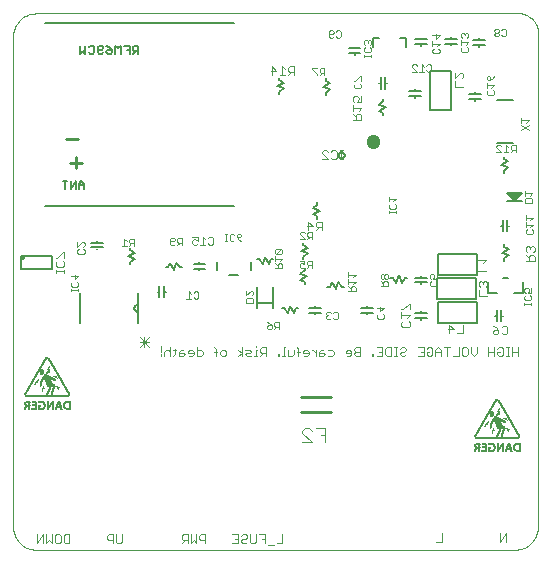
<source format=gbo>
G75*
%MOIN*%
%OFA0B0*%
%FSLAX24Y24*%
%IPPOS*%
%LPD*%
%AMOC8*
5,1,8,0,0,1.08239X$1,22.5*
%
%ADD10C,0.0000*%
%ADD11C,0.0030*%
%ADD12C,0.0050*%
%ADD13C,0.0060*%
%ADD14C,0.0079*%
%ADD15C,0.0020*%
%ADD16C,0.0080*%
%ADD17C,0.0400*%
%ADD18C,0.0040*%
%ADD19C,0.0100*%
%ADD20C,0.0110*%
%ADD21R,0.0010X0.0005*%
%ADD22R,0.0120X0.0005*%
%ADD23R,0.0055X0.0005*%
%ADD24R,0.0045X0.0005*%
%ADD25R,0.0050X0.0005*%
%ADD26R,0.0080X0.0005*%
%ADD27R,0.0165X0.0005*%
%ADD28R,0.0140X0.0005*%
%ADD29R,0.0125X0.0005*%
%ADD30R,0.0175X0.0005*%
%ADD31R,0.0155X0.0005*%
%ADD32R,0.0060X0.0005*%
%ADD33R,0.0160X0.0005*%
%ADD34R,0.0170X0.0005*%
%ADD35R,0.0065X0.0005*%
%ADD36R,0.0185X0.0005*%
%ADD37R,0.0180X0.0005*%
%ADD38R,0.0070X0.0005*%
%ADD39R,0.0190X0.0005*%
%ADD40R,0.0195X0.0005*%
%ADD41R,0.0075X0.0005*%
%ADD42R,0.0200X0.0005*%
%ADD43R,0.0090X0.0005*%
%ADD44R,0.0100X0.0005*%
%ADD45R,0.0085X0.0005*%
%ADD46R,0.0095X0.0005*%
%ADD47R,0.0150X0.0005*%
%ADD48R,0.0145X0.0005*%
%ADD49R,0.0030X0.0005*%
%ADD50R,0.0105X0.0005*%
%ADD51R,0.0130X0.0005*%
%ADD52R,0.1370X0.0005*%
%ADD53R,0.1400X0.0005*%
%ADD54R,0.1415X0.0005*%
%ADD55R,0.1435X0.0005*%
%ADD56R,0.1445X0.0005*%
%ADD57R,0.1455X0.0005*%
%ADD58R,0.1460X0.0005*%
%ADD59R,0.0005X0.0005*%
%ADD60R,0.0040X0.0005*%
%ADD61R,0.0035X0.0005*%
%ADD62R,0.0015X0.0005*%
%ADD63R,0.0020X0.0005*%
%ADD64R,0.0025X0.0005*%
%ADD65R,0.0110X0.0005*%
%ADD66R,0.0115X0.0005*%
%ADD67R,0.0235X0.0005*%
%ADD68R,0.0230X0.0005*%
%ADD69R,0.0225X0.0005*%
%ADD70R,0.0220X0.0005*%
%ADD71R,0.0300X0.0005*%
%ADD72R,0.0290X0.0005*%
%ADD73R,0.0280X0.0005*%
%ADD74R,0.0270X0.0005*%
%ADD75R,0.0135X0.0005*%
%ADD76R,0.0260X0.0005*%
%ADD77R,0.0390X0.0005*%
%ADD78R,0.0370X0.0005*%
%ADD79R,0.0355X0.0005*%
%ADD80R,0.0350X0.0005*%
%ADD81R,0.0335X0.0005*%
%ADD82R,0.0325X0.0005*%
D10*
X004460Y000900D02*
X004460Y017270D01*
X004462Y017324D01*
X004468Y017377D01*
X004477Y017429D01*
X004490Y017481D01*
X004507Y017532D01*
X004528Y017582D01*
X004552Y017629D01*
X004579Y017675D01*
X004610Y017719D01*
X004643Y017761D01*
X004680Y017800D01*
X004719Y017837D01*
X004761Y017870D01*
X004805Y017901D01*
X004851Y017928D01*
X004898Y017952D01*
X004948Y017973D01*
X004999Y017990D01*
X005051Y018003D01*
X005103Y018012D01*
X005156Y018018D01*
X005210Y018020D01*
X021202Y018020D01*
X021251Y018026D01*
X021300Y018028D01*
X021349Y018026D01*
X021398Y018021D01*
X021446Y018012D01*
X021494Y017999D01*
X021541Y017983D01*
X021586Y017964D01*
X021629Y017941D01*
X021671Y017915D01*
X021711Y017886D01*
X021748Y017854D01*
X021783Y017819D01*
X021815Y017782D01*
X021845Y017742D01*
X021871Y017701D01*
X021894Y017657D01*
X021914Y017612D01*
X021930Y017566D01*
X021943Y017518D01*
X021952Y017470D01*
X021952Y000900D01*
X021950Y000846D01*
X021944Y000793D01*
X021935Y000741D01*
X021922Y000689D01*
X021905Y000638D01*
X021884Y000588D01*
X021860Y000541D01*
X021833Y000495D01*
X021802Y000451D01*
X021769Y000409D01*
X021732Y000370D01*
X021693Y000333D01*
X021651Y000300D01*
X021607Y000269D01*
X021561Y000242D01*
X021514Y000218D01*
X021464Y000197D01*
X021413Y000180D01*
X021361Y000167D01*
X021309Y000158D01*
X021256Y000152D01*
X021202Y000150D01*
X005210Y000150D01*
X005156Y000152D01*
X005103Y000158D01*
X005051Y000167D01*
X004999Y000180D01*
X004948Y000197D01*
X004898Y000218D01*
X004851Y000242D01*
X004805Y000269D01*
X004761Y000300D01*
X004719Y000333D01*
X004680Y000370D01*
X004643Y000409D01*
X004610Y000451D01*
X004579Y000495D01*
X004552Y000541D01*
X004528Y000588D01*
X004507Y000638D01*
X004490Y000689D01*
X004477Y000741D01*
X004468Y000793D01*
X004462Y000846D01*
X004460Y000900D01*
D11*
X005257Y000655D02*
X005257Y000365D01*
X005451Y000655D01*
X005451Y000365D01*
X005552Y000365D02*
X005552Y000655D01*
X005745Y000655D02*
X005745Y000365D01*
X005648Y000462D01*
X005552Y000365D01*
X005846Y000413D02*
X005846Y000607D01*
X005895Y000655D01*
X005991Y000655D01*
X006040Y000607D01*
X006040Y000413D01*
X005991Y000365D01*
X005895Y000365D01*
X005846Y000413D01*
X006141Y000413D02*
X006141Y000607D01*
X006189Y000655D01*
X006335Y000655D01*
X006335Y000365D01*
X006189Y000365D01*
X006141Y000413D01*
X007596Y000510D02*
X007645Y000462D01*
X007790Y000462D01*
X007790Y000365D02*
X007790Y000655D01*
X007645Y000655D01*
X007596Y000607D01*
X007596Y000510D01*
X007891Y000413D02*
X007891Y000655D01*
X008085Y000655D02*
X008085Y000413D01*
X008036Y000365D01*
X007939Y000365D01*
X007891Y000413D01*
X010082Y000365D02*
X010178Y000462D01*
X010130Y000462D02*
X010275Y000462D01*
X010275Y000365D02*
X010275Y000655D01*
X010130Y000655D01*
X010082Y000607D01*
X010082Y000510D01*
X010130Y000462D01*
X010376Y000365D02*
X010376Y000655D01*
X010570Y000655D02*
X010570Y000365D01*
X010473Y000462D01*
X010376Y000365D01*
X010671Y000510D02*
X010719Y000462D01*
X010865Y000462D01*
X010865Y000365D02*
X010865Y000655D01*
X010719Y000655D01*
X010671Y000607D01*
X010671Y000510D01*
X011768Y000365D02*
X011961Y000365D01*
X011961Y000655D01*
X011768Y000655D01*
X011865Y000510D02*
X011961Y000510D01*
X012062Y000462D02*
X012062Y000413D01*
X012111Y000365D01*
X012208Y000365D01*
X012256Y000413D01*
X012357Y000413D02*
X012357Y000655D01*
X012256Y000607D02*
X012256Y000558D01*
X012208Y000510D01*
X012111Y000510D01*
X012062Y000462D01*
X012062Y000607D02*
X012111Y000655D01*
X012208Y000655D01*
X012256Y000607D01*
X012357Y000413D02*
X012405Y000365D01*
X012502Y000365D01*
X012551Y000413D01*
X012551Y000655D01*
X012652Y000655D02*
X012845Y000655D01*
X012845Y000365D01*
X012946Y000317D02*
X013140Y000317D01*
X013241Y000365D02*
X013435Y000365D01*
X013435Y000655D01*
X012845Y000510D02*
X012748Y000510D01*
X018551Y000415D02*
X018745Y000415D01*
X018745Y000705D01*
X020701Y000705D02*
X020701Y000415D01*
X020895Y000705D01*
X020895Y000415D01*
X020990Y006605D02*
X020893Y006605D01*
X020941Y006605D02*
X020941Y006895D01*
X020893Y006895D02*
X020990Y006895D01*
X021091Y006895D02*
X021091Y006605D01*
X021091Y006750D02*
X021285Y006750D01*
X021285Y006605D02*
X021285Y006895D01*
X020793Y006847D02*
X020793Y006653D01*
X020745Y006605D01*
X020648Y006605D01*
X020600Y006653D01*
X020600Y006750D01*
X020697Y006750D01*
X020793Y006847D02*
X020745Y006895D01*
X020648Y006895D01*
X020600Y006847D01*
X020499Y006895D02*
X020499Y006605D01*
X020499Y006750D02*
X020305Y006750D01*
X020305Y006895D02*
X020305Y006605D01*
X019909Y006702D02*
X019813Y006605D01*
X019716Y006702D01*
X019716Y006895D01*
X019615Y006847D02*
X019615Y006653D01*
X019566Y006605D01*
X019470Y006605D01*
X019421Y006653D01*
X019421Y006847D01*
X019470Y006895D01*
X019566Y006895D01*
X019615Y006847D01*
X019320Y006895D02*
X019320Y006605D01*
X019127Y006605D01*
X018929Y006605D02*
X018929Y006895D01*
X019026Y006895D02*
X018832Y006895D01*
X018731Y006798D02*
X018634Y006895D01*
X018537Y006798D01*
X018537Y006605D01*
X018436Y006653D02*
X018388Y006605D01*
X018291Y006605D01*
X018243Y006653D01*
X018243Y006750D01*
X018339Y006750D01*
X018243Y006847D02*
X018291Y006895D01*
X018388Y006895D01*
X018436Y006847D01*
X018436Y006653D01*
X018537Y006750D02*
X018731Y006750D01*
X018731Y006798D02*
X018731Y006605D01*
X018142Y006605D02*
X017948Y006605D01*
X018045Y006750D02*
X018142Y006750D01*
X018142Y006895D02*
X018142Y006605D01*
X018142Y006895D02*
X017948Y006895D01*
X017552Y006847D02*
X017552Y006798D01*
X017504Y006750D01*
X017407Y006750D01*
X017359Y006702D01*
X017359Y006653D01*
X017407Y006605D01*
X017504Y006605D01*
X017552Y006653D01*
X017552Y006847D02*
X017504Y006895D01*
X017407Y006895D01*
X017359Y006847D01*
X017258Y006895D02*
X017161Y006895D01*
X017209Y006895D02*
X017209Y006605D01*
X017161Y006605D02*
X017258Y006605D01*
X017061Y006605D02*
X016916Y006605D01*
X016868Y006653D01*
X016868Y006847D01*
X016916Y006895D01*
X017061Y006895D01*
X017061Y006605D01*
X016767Y006605D02*
X016573Y006605D01*
X016472Y006605D02*
X016423Y006605D01*
X016423Y006653D01*
X016472Y006653D01*
X016472Y006605D01*
X016670Y006750D02*
X016767Y006750D01*
X016767Y006895D02*
X016767Y006605D01*
X016767Y006895D02*
X016573Y006895D01*
X016030Y006895D02*
X016030Y006605D01*
X015885Y006605D01*
X015836Y006653D01*
X015836Y006702D01*
X015885Y006750D01*
X016030Y006750D01*
X015885Y006750D02*
X015836Y006798D01*
X015836Y006847D01*
X015885Y006895D01*
X016030Y006895D01*
X015735Y006750D02*
X015687Y006798D01*
X015590Y006798D01*
X015542Y006750D01*
X015542Y006702D01*
X015735Y006702D01*
X015735Y006750D02*
X015735Y006653D01*
X015687Y006605D01*
X015590Y006605D01*
X015146Y006653D02*
X015098Y006605D01*
X014952Y006605D01*
X014851Y006653D02*
X014803Y006702D01*
X014658Y006702D01*
X014658Y006750D02*
X014658Y006605D01*
X014803Y006605D01*
X014851Y006653D01*
X014803Y006798D02*
X014706Y006798D01*
X014658Y006750D01*
X014557Y006702D02*
X014460Y006798D01*
X014412Y006798D01*
X014311Y006750D02*
X014263Y006798D01*
X014166Y006798D01*
X014118Y006750D01*
X014118Y006702D01*
X014311Y006702D01*
X014311Y006750D02*
X014311Y006653D01*
X014263Y006605D01*
X014166Y006605D01*
X013968Y006605D02*
X013968Y006847D01*
X013920Y006895D01*
X013820Y006798D02*
X013820Y006653D01*
X013772Y006605D01*
X013627Y006605D01*
X013627Y006798D01*
X013525Y006895D02*
X013477Y006895D01*
X013477Y006605D01*
X013525Y006605D02*
X013429Y006605D01*
X013329Y006605D02*
X013281Y006605D01*
X013281Y006653D01*
X013329Y006653D01*
X013329Y006605D01*
X012887Y006605D02*
X012887Y006895D01*
X012742Y006895D01*
X012693Y006847D01*
X012693Y006750D01*
X012742Y006702D01*
X012887Y006702D01*
X012790Y006702D02*
X012693Y006605D01*
X012592Y006605D02*
X012496Y006605D01*
X012544Y006605D02*
X012544Y006798D01*
X012592Y006798D01*
X012544Y006895D02*
X012544Y006944D01*
X012396Y006750D02*
X012347Y006798D01*
X012202Y006798D01*
X012251Y006702D02*
X012347Y006702D01*
X012396Y006750D01*
X012396Y006605D02*
X012251Y006605D01*
X012202Y006653D01*
X012251Y006702D01*
X012101Y006702D02*
X011956Y006798D01*
X012101Y006702D02*
X011956Y006605D01*
X012101Y006605D02*
X012101Y006895D01*
X011561Y006750D02*
X011561Y006653D01*
X011513Y006605D01*
X011416Y006605D01*
X011368Y006653D01*
X011368Y006750D01*
X011416Y006798D01*
X011513Y006798D01*
X011561Y006750D01*
X011266Y006750D02*
X011170Y006750D01*
X011218Y006847D02*
X011170Y006895D01*
X011218Y006847D02*
X011218Y006605D01*
X010775Y006653D02*
X010775Y006750D01*
X010727Y006798D01*
X010582Y006798D01*
X010582Y006895D02*
X010582Y006605D01*
X010727Y006605D01*
X010775Y006653D01*
X010481Y006653D02*
X010481Y006750D01*
X010432Y006798D01*
X010335Y006798D01*
X010287Y006750D01*
X010287Y006702D01*
X010481Y006702D01*
X010481Y006653D02*
X010432Y006605D01*
X010335Y006605D01*
X010186Y006653D02*
X010138Y006702D01*
X009992Y006702D01*
X009992Y006750D02*
X009992Y006605D01*
X010138Y006605D01*
X010186Y006653D01*
X010138Y006798D02*
X010041Y006798D01*
X009992Y006750D01*
X009891Y006798D02*
X009795Y006798D01*
X009843Y006847D02*
X009843Y006653D01*
X009795Y006605D01*
X009695Y006605D02*
X009695Y006895D01*
X009647Y006798D02*
X009550Y006798D01*
X009501Y006750D01*
X009501Y006605D01*
X009400Y006605D02*
X009400Y006653D01*
X009400Y006750D02*
X009400Y006944D01*
X009647Y006798D02*
X009695Y006750D01*
X008987Y006915D02*
X008673Y007229D01*
X008830Y007229D02*
X008830Y006915D01*
X008673Y006915D02*
X008987Y007229D01*
X008987Y007072D02*
X008673Y007072D01*
X006625Y008755D02*
X006625Y008832D01*
X006625Y008793D02*
X006395Y008793D01*
X006395Y008755D02*
X006395Y008832D01*
X006433Y008915D02*
X006395Y008953D01*
X006395Y009030D01*
X006433Y009068D01*
X006510Y009154D02*
X006510Y009307D01*
X006625Y009269D02*
X006510Y009154D01*
X006586Y009068D02*
X006625Y009030D01*
X006625Y008953D01*
X006586Y008915D01*
X006433Y008915D01*
X006395Y009269D02*
X006625Y009269D01*
X006166Y009383D02*
X006166Y009480D01*
X006166Y009432D02*
X005876Y009432D01*
X005876Y009480D02*
X005876Y009383D01*
X005924Y009580D02*
X005876Y009628D01*
X005876Y009725D01*
X005924Y009773D01*
X005924Y009874D02*
X005876Y009874D01*
X005924Y009874D02*
X006118Y010068D01*
X006166Y010068D01*
X006166Y009874D01*
X006118Y009773D02*
X006166Y009725D01*
X006166Y009628D01*
X006118Y009580D01*
X005924Y009580D01*
X011515Y010445D02*
X011591Y010445D01*
X011553Y010445D02*
X011553Y010675D01*
X011515Y010675D02*
X011591Y010675D01*
X011674Y010637D02*
X011712Y010675D01*
X011789Y010675D01*
X011828Y010637D01*
X011914Y010637D02*
X011952Y010675D01*
X012029Y010675D01*
X012067Y010637D01*
X012067Y010598D01*
X012029Y010560D01*
X011914Y010560D01*
X011914Y010637D01*
X011914Y010560D02*
X011990Y010483D01*
X012067Y010445D01*
X011828Y010483D02*
X011789Y010445D01*
X011712Y010445D01*
X011674Y010483D01*
X011674Y010637D01*
X014256Y010935D02*
X014450Y010935D01*
X014305Y011080D01*
X014305Y010790D01*
X014551Y010790D02*
X014648Y010887D01*
X014599Y010887D02*
X014745Y010887D01*
X014745Y010790D02*
X014745Y011080D01*
X014599Y011080D01*
X014551Y011032D01*
X014551Y010935D01*
X014599Y010887D01*
X014760Y013165D02*
X014953Y013165D01*
X014760Y013358D01*
X014760Y013407D01*
X014808Y013455D01*
X014905Y013455D01*
X014953Y013407D01*
X015055Y013407D02*
X015103Y013455D01*
X015200Y013455D01*
X015248Y013407D01*
X015248Y013213D01*
X015200Y013165D01*
X015103Y013165D01*
X015055Y013213D01*
X015348Y013165D02*
X015445Y013165D01*
X015396Y013165D02*
X015396Y013455D01*
X015348Y013455D02*
X015445Y013455D01*
X015780Y014481D02*
X016070Y014481D01*
X016070Y014626D01*
X016021Y014675D01*
X015925Y014675D01*
X015876Y014626D01*
X015876Y014481D01*
X015876Y014578D02*
X015780Y014675D01*
X015780Y014776D02*
X015780Y014969D01*
X015780Y014872D02*
X016070Y014872D01*
X015973Y014776D01*
X015925Y015070D02*
X015973Y015167D01*
X015973Y015215D01*
X015925Y015264D01*
X015828Y015264D01*
X015780Y015215D01*
X015780Y015119D01*
X015828Y015070D01*
X015925Y015070D02*
X016070Y015070D01*
X016070Y015264D01*
X013828Y015970D02*
X013828Y016260D01*
X013683Y016260D01*
X013635Y016212D01*
X013635Y016115D01*
X013683Y016067D01*
X013828Y016067D01*
X013732Y016067D02*
X013635Y015970D01*
X013534Y015970D02*
X013340Y015970D01*
X013437Y015970D02*
X013437Y016260D01*
X013534Y016163D01*
X013239Y016115D02*
X013046Y016115D01*
X013094Y015970D02*
X013094Y016260D01*
X013239Y016115D01*
X021550Y010205D02*
X021550Y010108D01*
X021598Y010060D01*
X021550Y009958D02*
X021646Y009862D01*
X021646Y009910D02*
X021646Y009765D01*
X021550Y009765D02*
X021840Y009765D01*
X021840Y009910D01*
X021791Y009958D01*
X021695Y009958D01*
X021646Y009910D01*
X021791Y010060D02*
X021840Y010108D01*
X021840Y010205D01*
X021791Y010253D01*
X021743Y010253D01*
X021695Y010205D01*
X021646Y010253D01*
X021598Y010253D01*
X021550Y010205D01*
X021695Y010205D02*
X021695Y010156D01*
X021735Y008859D02*
X021735Y008706D01*
X021620Y008706D01*
X021658Y008782D01*
X021658Y008821D01*
X021620Y008859D01*
X021543Y008859D01*
X021505Y008821D01*
X021505Y008744D01*
X021543Y008706D01*
X021543Y008620D02*
X021505Y008581D01*
X021505Y008505D01*
X021543Y008466D01*
X021696Y008466D01*
X021735Y008505D01*
X021735Y008581D01*
X021696Y008620D01*
X021735Y008383D02*
X021735Y008307D01*
X021735Y008345D02*
X021505Y008345D01*
X021505Y008307D02*
X021505Y008383D01*
X020885Y007610D02*
X020789Y007610D01*
X020740Y007562D01*
X020639Y007465D02*
X020494Y007465D01*
X020446Y007417D01*
X020446Y007368D01*
X020494Y007320D01*
X020591Y007320D01*
X020639Y007368D01*
X020639Y007465D01*
X020542Y007562D01*
X020446Y007610D01*
X020740Y007368D02*
X020789Y007320D01*
X020885Y007320D01*
X020934Y007368D01*
X020934Y007562D01*
X020885Y007610D01*
X019909Y006895D02*
X019909Y006702D01*
X017690Y007613D02*
X017641Y007565D01*
X017448Y007565D01*
X017400Y007613D01*
X017400Y007710D01*
X017448Y007758D01*
X017400Y007860D02*
X017400Y008053D01*
X017400Y007956D02*
X017690Y007956D01*
X017593Y007860D01*
X017641Y007758D02*
X017690Y007710D01*
X017690Y007613D01*
X017690Y008154D02*
X017690Y008348D01*
X017641Y008348D01*
X017448Y008154D01*
X017400Y008154D01*
X015146Y006750D02*
X015146Y006653D01*
X015146Y006750D02*
X015098Y006798D01*
X014952Y006798D01*
X014557Y006798D02*
X014557Y006605D01*
X014016Y006750D02*
X013920Y006750D01*
D12*
X014060Y005250D02*
X014560Y005250D01*
X014560Y004750D02*
X015060Y004750D01*
X018610Y007700D02*
X019910Y007700D01*
X019910Y008400D01*
X018610Y008400D01*
X018610Y007700D01*
X018603Y008506D02*
X019903Y008506D01*
X019903Y009206D01*
X018603Y009206D01*
X018603Y008506D01*
X018610Y009300D02*
X019910Y009300D01*
X019910Y010000D01*
X018610Y010000D01*
X018610Y009300D01*
X020305Y009060D02*
X020305Y008710D01*
X020605Y008710D01*
X020805Y009210D02*
X020955Y009210D01*
X021455Y009060D02*
X021455Y008710D01*
X021155Y008710D01*
X015310Y013300D02*
X015312Y013320D01*
X015318Y013338D01*
X015327Y013356D01*
X015339Y013371D01*
X015354Y013383D01*
X015372Y013392D01*
X015390Y013398D01*
X015410Y013400D01*
X015430Y013398D01*
X015448Y013392D01*
X015466Y013383D01*
X015481Y013371D01*
X015493Y013356D01*
X015502Y013338D01*
X015508Y013320D01*
X015510Y013300D01*
X015508Y013280D01*
X015502Y013262D01*
X015493Y013244D01*
X015481Y013229D01*
X015466Y013217D01*
X015448Y013208D01*
X015430Y013202D01*
X015410Y013200D01*
X015390Y013202D01*
X015372Y013208D01*
X015354Y013217D01*
X015339Y013229D01*
X015327Y013244D01*
X015318Y013262D01*
X015312Y013280D01*
X015310Y013300D01*
X018360Y014800D02*
X018360Y016100D01*
X019060Y016100D01*
X019060Y014800D01*
X018360Y014800D01*
X011809Y017700D02*
X005510Y017700D01*
X006686Y016945D02*
X006686Y016675D01*
X006777Y016765D01*
X006867Y016675D01*
X006867Y016945D01*
X006981Y016900D02*
X007026Y016945D01*
X007116Y016945D01*
X007161Y016900D01*
X007161Y016720D01*
X007116Y016675D01*
X007026Y016675D01*
X006981Y016720D01*
X007276Y016720D02*
X007276Y016900D01*
X007321Y016945D01*
X007411Y016945D01*
X007456Y016900D01*
X007456Y016855D01*
X007411Y016810D01*
X007276Y016810D01*
X007276Y016720D02*
X007321Y016675D01*
X007411Y016675D01*
X007456Y016720D01*
X007570Y016720D02*
X007570Y016765D01*
X007615Y016810D01*
X007751Y016810D01*
X007751Y016720D01*
X007706Y016675D01*
X007615Y016675D01*
X007570Y016720D01*
X007660Y016900D02*
X007570Y016945D01*
X007660Y016900D02*
X007751Y016810D01*
X007865Y016945D02*
X007865Y016675D01*
X008045Y016675D02*
X008045Y016945D01*
X007955Y016855D01*
X007865Y016945D01*
X008160Y016945D02*
X008340Y016945D01*
X008340Y016675D01*
X008454Y016675D02*
X008544Y016765D01*
X008499Y016765D02*
X008635Y016765D01*
X008635Y016675D02*
X008635Y016945D01*
X008499Y016945D01*
X008454Y016900D01*
X008454Y016810D01*
X008499Y016765D01*
X008340Y016810D02*
X008250Y016810D01*
X005510Y011600D02*
X011809Y011600D01*
X005741Y009925D02*
X005741Y009515D01*
X004718Y009515D01*
X004718Y009925D01*
X005741Y009925D01*
X004757Y009877D02*
X004759Y009886D01*
X004764Y009895D01*
X004771Y009900D01*
X004781Y009903D01*
X004790Y009902D01*
X004799Y009898D01*
X004805Y009891D01*
X004809Y009882D01*
X004809Y009872D01*
X004805Y009863D01*
X004799Y009856D01*
X004790Y009852D01*
X004781Y009851D01*
X004771Y009854D01*
X004764Y009859D01*
X004759Y009868D01*
X004757Y009877D01*
D13*
X006700Y008700D02*
X006700Y007700D01*
X008620Y007700D02*
X008620Y008080D01*
X008620Y008320D01*
X008620Y008700D01*
X008620Y008320D02*
X008599Y008318D01*
X008579Y008313D01*
X008560Y008304D01*
X008543Y008292D01*
X008528Y008277D01*
X008516Y008260D01*
X008507Y008241D01*
X008502Y008221D01*
X008500Y008200D01*
X008502Y008179D01*
X008507Y008159D01*
X008516Y008140D01*
X008528Y008123D01*
X008543Y008108D01*
X008560Y008096D01*
X008579Y008087D01*
X008599Y008082D01*
X008620Y008080D01*
X011240Y009460D02*
X011240Y009740D01*
X011670Y009290D02*
X011950Y009290D01*
X012380Y009460D02*
X012380Y009740D01*
X006820Y012180D02*
X006820Y012340D01*
X006739Y012420D01*
X006659Y012340D01*
X006659Y012180D01*
X006543Y012180D02*
X006543Y012420D01*
X006383Y012180D01*
X006383Y012420D01*
X006267Y012420D02*
X006107Y012420D01*
X006187Y012420D02*
X006187Y012180D01*
X006659Y012300D02*
X006820Y012300D01*
X016450Y016890D02*
X016450Y017210D01*
X016669Y017210D01*
X017350Y017210D02*
X017569Y017210D01*
X017569Y016890D01*
D14*
X017863Y017001D02*
X018256Y017001D01*
X018256Y017159D02*
X017863Y017159D01*
X018060Y017198D02*
X018060Y017217D01*
X018060Y016962D02*
X018060Y016943D01*
X018853Y017011D02*
X019246Y017011D01*
X019246Y017169D02*
X018853Y017169D01*
X019050Y017208D02*
X019050Y017227D01*
X019050Y016972D02*
X019050Y016953D01*
X019793Y016971D02*
X020186Y016971D01*
X020186Y017129D02*
X019793Y017129D01*
X019990Y017168D02*
X019990Y017187D01*
X019990Y016932D02*
X019990Y016913D01*
X019860Y015387D02*
X019860Y015368D01*
X020056Y015329D02*
X019663Y015329D01*
X019663Y015171D02*
X020056Y015171D01*
X019860Y015132D02*
X019860Y015113D01*
X018056Y015271D02*
X017663Y015271D01*
X017663Y015429D02*
X018056Y015429D01*
X017860Y015468D02*
X017860Y015487D01*
X017860Y015232D02*
X017860Y015213D01*
X016878Y014900D02*
X016641Y014782D01*
X016799Y014703D01*
X016799Y014624D01*
X016878Y014900D02*
X016641Y014979D01*
X016799Y015097D01*
X016799Y015176D01*
X016868Y015513D02*
X016868Y015907D01*
X016711Y015907D02*
X016711Y015513D01*
X016671Y015710D02*
X016653Y015710D01*
X016908Y015710D02*
X016926Y015710D01*
X015840Y016643D02*
X015840Y016662D01*
X016036Y016701D02*
X015643Y016701D01*
X015643Y016859D02*
X016036Y016859D01*
X015840Y016898D02*
X015840Y016917D01*
X014880Y015856D02*
X014880Y015777D01*
X015038Y015698D01*
X014801Y015580D01*
X015038Y015501D01*
X014880Y015383D01*
X014880Y015304D01*
X013478Y015521D02*
X013241Y015600D01*
X013478Y015718D01*
X013320Y015797D01*
X013320Y015876D01*
X013478Y015521D02*
X013320Y015403D01*
X013320Y015324D01*
X014599Y011726D02*
X014599Y011647D01*
X014441Y011529D01*
X014678Y011450D01*
X014441Y011332D01*
X014599Y011253D01*
X014599Y011174D01*
X014120Y010376D02*
X014120Y010297D01*
X014278Y010218D01*
X014041Y010100D01*
X014278Y010021D01*
X014120Y009903D01*
X014120Y009824D01*
X014179Y009546D02*
X014179Y009467D01*
X014021Y009349D01*
X014258Y009270D01*
X014021Y009152D01*
X014179Y009073D01*
X014179Y008994D01*
X014934Y008911D02*
X015013Y008911D01*
X015091Y009068D01*
X015210Y008832D01*
X015288Y009068D01*
X015406Y008911D01*
X015485Y008911D01*
X016063Y008209D02*
X016456Y008209D01*
X016456Y008051D02*
X016063Y008051D01*
X016260Y008012D02*
X016260Y007993D01*
X016260Y008248D02*
X016260Y008267D01*
X017231Y009052D02*
X017310Y009288D01*
X017428Y009052D01*
X017506Y009209D01*
X017585Y009209D01*
X017863Y009217D02*
X018256Y009217D01*
X018256Y009060D02*
X017863Y009060D01*
X018060Y009020D02*
X018060Y009002D01*
X018060Y009257D02*
X018060Y009275D01*
X017231Y009052D02*
X017113Y009209D01*
X017034Y009209D01*
X017863Y008029D02*
X018256Y008029D01*
X018256Y007871D02*
X017863Y007871D01*
X018060Y007832D02*
X018060Y007813D01*
X018060Y008068D02*
X018060Y008087D01*
X020523Y007950D02*
X020541Y007950D01*
X020581Y007753D02*
X020581Y008147D01*
X020738Y008147D02*
X020738Y007753D01*
X020778Y007950D02*
X020796Y007950D01*
X020820Y009774D02*
X020820Y009853D01*
X020978Y009971D01*
X020741Y010050D01*
X020978Y010168D01*
X020820Y010247D01*
X020820Y010326D01*
X020781Y010753D02*
X020781Y011147D01*
X020938Y011147D02*
X020938Y010753D01*
X020978Y010950D02*
X020996Y010950D01*
X020741Y010950D02*
X020723Y010950D01*
X020933Y011763D02*
X021140Y011763D01*
X021406Y012047D01*
X020933Y012047D01*
X021180Y011782D01*
X021140Y011763D02*
X021426Y011763D01*
X021180Y011861D02*
X021298Y012018D01*
X021298Y012047D02*
X021180Y011979D01*
X021180Y011900D01*
X021180Y011861D02*
X021022Y012047D01*
X021061Y012047D01*
X021180Y011979D01*
X021298Y012047D02*
X021061Y012047D01*
X020810Y012694D02*
X020810Y012773D01*
X020968Y012891D01*
X020731Y012970D01*
X020968Y013088D01*
X020810Y013167D01*
X020810Y013246D01*
X014716Y008209D02*
X014323Y008209D01*
X014323Y008051D02*
X014716Y008051D01*
X014520Y008012D02*
X014520Y007993D01*
X014520Y008248D02*
X014520Y008267D01*
X013965Y008189D02*
X013886Y008189D01*
X013808Y008032D01*
X013690Y008268D01*
X013611Y008032D01*
X013493Y008189D01*
X013414Y008189D01*
X012978Y009682D02*
X013056Y009839D01*
X013135Y009839D01*
X012978Y009682D02*
X012860Y009918D01*
X012781Y009682D01*
X012663Y009839D01*
X012584Y009839D01*
X010866Y009669D02*
X010473Y009669D01*
X010473Y009511D02*
X010866Y009511D01*
X010670Y009472D02*
X010670Y009453D01*
X010670Y009708D02*
X010670Y009727D01*
X010095Y009561D02*
X010016Y009561D01*
X009898Y009718D01*
X009820Y009482D01*
X009701Y009718D01*
X009623Y009561D01*
X009544Y009561D01*
X009488Y008947D02*
X009488Y008553D01*
X009331Y008553D02*
X009331Y008947D01*
X009291Y008750D02*
X009273Y008750D01*
X009528Y008750D02*
X009546Y008750D01*
X008370Y009654D02*
X008370Y009733D01*
X008528Y009851D01*
X008291Y009930D01*
X008528Y010048D01*
X008370Y010127D01*
X008370Y010206D01*
X007456Y010221D02*
X007063Y010221D01*
X007063Y010379D02*
X007456Y010379D01*
X007260Y010418D02*
X007260Y010437D01*
X007260Y010182D02*
X007260Y010163D01*
D15*
X006845Y010131D02*
X006845Y010051D01*
X006805Y010011D01*
X006645Y010011D01*
X006605Y010051D01*
X006605Y010131D01*
X006645Y010171D01*
X006605Y010251D02*
X006765Y010411D01*
X006805Y010411D01*
X006845Y010371D01*
X006845Y010291D01*
X006805Y010251D01*
X006805Y010171D02*
X006845Y010131D01*
X006605Y010251D02*
X006605Y010411D01*
X008080Y010275D02*
X008240Y010275D01*
X008319Y010275D02*
X008399Y010355D01*
X008359Y010355D02*
X008480Y010355D01*
X008480Y010275D02*
X008480Y010515D01*
X008359Y010515D01*
X008319Y010475D01*
X008319Y010395D01*
X008359Y010355D01*
X008240Y010435D02*
X008160Y010515D01*
X008160Y010275D01*
X009689Y010345D02*
X009689Y010505D01*
X009729Y010545D01*
X009809Y010545D01*
X009849Y010505D01*
X009849Y010465D01*
X009809Y010425D01*
X009689Y010425D01*
X009689Y010345D02*
X009729Y010305D01*
X009809Y010305D01*
X009849Y010345D01*
X009928Y010305D02*
X010008Y010385D01*
X009968Y010385D02*
X010088Y010385D01*
X010088Y010305D02*
X010088Y010545D01*
X009968Y010545D01*
X009928Y010505D01*
X009928Y010425D01*
X009968Y010385D01*
X010434Y010358D02*
X010477Y010315D01*
X010564Y010315D01*
X010607Y010358D01*
X010607Y010445D02*
X010521Y010488D01*
X010477Y010488D01*
X010434Y010445D01*
X010434Y010358D01*
X010607Y010445D02*
X010607Y010575D01*
X010434Y010575D01*
X010778Y010575D02*
X010778Y010315D01*
X010692Y010315D02*
X010865Y010315D01*
X010949Y010358D02*
X010993Y010315D01*
X011080Y010315D01*
X011123Y010358D01*
X011123Y010532D01*
X011080Y010575D01*
X010993Y010575D01*
X010949Y010532D01*
X010865Y010488D02*
X010778Y010575D01*
X010598Y008755D02*
X010518Y008755D01*
X010478Y008715D01*
X010399Y008675D02*
X010319Y008755D01*
X010319Y008515D01*
X010399Y008515D02*
X010239Y008515D01*
X010478Y008555D02*
X010518Y008515D01*
X010598Y008515D01*
X010638Y008555D01*
X010638Y008715D01*
X010598Y008755D01*
X012214Y008781D02*
X012214Y008621D01*
X012374Y008781D01*
X012414Y008781D01*
X012454Y008741D01*
X012454Y008661D01*
X012414Y008621D01*
X012414Y008541D02*
X012454Y008501D01*
X012454Y008381D01*
X012214Y008381D01*
X012214Y008501D01*
X012254Y008541D01*
X012414Y008541D01*
X012920Y007745D02*
X013000Y007705D01*
X013080Y007625D01*
X012960Y007625D01*
X012920Y007585D01*
X012920Y007545D01*
X012960Y007505D01*
X013040Y007505D01*
X013080Y007545D01*
X013080Y007625D01*
X013159Y007625D02*
X013199Y007585D01*
X013320Y007585D01*
X013320Y007505D02*
X013320Y007745D01*
X013199Y007745D01*
X013159Y007705D01*
X013159Y007625D01*
X013239Y007585D02*
X013159Y007505D01*
X014890Y007875D02*
X014930Y007835D01*
X015010Y007835D01*
X015050Y007875D01*
X015129Y007875D02*
X015169Y007835D01*
X015249Y007835D01*
X015290Y007875D01*
X015290Y008035D01*
X015249Y008075D01*
X015169Y008075D01*
X015129Y008035D01*
X015050Y008035D02*
X015010Y008075D01*
X014930Y008075D01*
X014890Y008035D01*
X014890Y007995D01*
X014930Y007955D01*
X014890Y007915D01*
X014890Y007875D01*
X014930Y007955D02*
X014970Y007955D01*
X015635Y008760D02*
X015875Y008760D01*
X015875Y008880D01*
X015835Y008920D01*
X015755Y008920D01*
X015715Y008880D01*
X015715Y008760D01*
X015715Y008840D02*
X015635Y008920D01*
X015635Y008999D02*
X015635Y009160D01*
X015635Y009239D02*
X015635Y009399D01*
X015635Y009319D02*
X015875Y009319D01*
X015795Y009239D01*
X015875Y009079D02*
X015635Y009079D01*
X015795Y008999D02*
X015875Y009079D01*
X016715Y009091D02*
X016795Y009011D01*
X016795Y009051D02*
X016795Y008931D01*
X016715Y008931D02*
X016955Y008931D01*
X016955Y009051D01*
X016915Y009091D01*
X016835Y009091D01*
X016795Y009051D01*
X016795Y009171D02*
X016835Y009211D01*
X016835Y009291D01*
X016795Y009331D01*
X016755Y009331D01*
X016715Y009291D01*
X016715Y009211D01*
X016755Y009171D01*
X016795Y009171D01*
X016835Y009211D02*
X016875Y009171D01*
X016915Y009171D01*
X016955Y009211D01*
X016955Y009291D01*
X016915Y009331D01*
X016875Y009331D01*
X016835Y009291D01*
X016705Y008251D02*
X016705Y008091D01*
X016825Y008211D01*
X016585Y008211D01*
X016625Y008011D02*
X016585Y007971D01*
X016585Y007891D01*
X016625Y007851D01*
X016785Y007851D01*
X016825Y007891D01*
X016825Y007971D01*
X016785Y008011D01*
X018345Y008969D02*
X018385Y008929D01*
X018545Y008929D01*
X018585Y008969D01*
X018585Y009049D01*
X018545Y009089D01*
X018585Y009168D02*
X018465Y009168D01*
X018505Y009248D01*
X018505Y009288D01*
X018465Y009328D01*
X018385Y009328D01*
X018345Y009288D01*
X018345Y009208D01*
X018385Y009168D01*
X018385Y009089D02*
X018345Y009049D01*
X018345Y008969D01*
X018585Y009168D02*
X018585Y009328D01*
X017214Y011357D02*
X017214Y011437D01*
X017214Y011397D02*
X016974Y011397D01*
X016974Y011357D02*
X016974Y011437D01*
X017014Y011517D02*
X016974Y011557D01*
X016974Y011637D01*
X017014Y011677D01*
X016974Y011756D02*
X016974Y011916D01*
X016974Y011836D02*
X017214Y011836D01*
X017134Y011756D01*
X017174Y011677D02*
X017214Y011637D01*
X017214Y011557D01*
X017174Y011517D01*
X017014Y011517D01*
X014430Y010735D02*
X014430Y010495D01*
X014430Y010575D02*
X014309Y010575D01*
X014269Y010615D01*
X014269Y010695D01*
X014309Y010735D01*
X014430Y010735D01*
X014349Y010575D02*
X014269Y010495D01*
X014190Y010495D02*
X014030Y010655D01*
X014030Y010695D01*
X014070Y010735D01*
X014150Y010735D01*
X014190Y010695D01*
X014190Y010495D02*
X014030Y010495D01*
X013435Y010129D02*
X013395Y010169D01*
X013235Y010009D01*
X013195Y010049D01*
X013195Y010129D01*
X013235Y010169D01*
X013395Y010169D01*
X013435Y010129D02*
X013435Y010049D01*
X013395Y010009D01*
X013235Y010009D01*
X013195Y009930D02*
X013195Y009769D01*
X013195Y009690D02*
X013275Y009610D01*
X013275Y009650D02*
X013275Y009530D01*
X013195Y009530D02*
X013435Y009530D01*
X013435Y009650D01*
X013395Y009690D01*
X013315Y009690D01*
X013275Y009650D01*
X013355Y009769D02*
X013435Y009849D01*
X013195Y009849D01*
X014009Y009785D02*
X014169Y009785D01*
X014169Y009665D01*
X014089Y009705D01*
X014049Y009705D01*
X014009Y009665D01*
X014009Y009585D01*
X014049Y009545D01*
X014129Y009545D01*
X014169Y009585D01*
X014248Y009545D02*
X014328Y009625D01*
X014288Y009625D02*
X014408Y009625D01*
X014408Y009545D02*
X014408Y009785D01*
X014288Y009785D01*
X014248Y009745D01*
X014248Y009665D01*
X014288Y009625D01*
X020569Y013395D02*
X020729Y013395D01*
X020569Y013555D01*
X020569Y013595D01*
X020609Y013635D01*
X020689Y013635D01*
X020729Y013595D01*
X020888Y013635D02*
X020888Y013395D01*
X020968Y013395D02*
X020808Y013395D01*
X020968Y013555D02*
X020888Y013635D01*
X021048Y013595D02*
X021048Y013515D01*
X021088Y013475D01*
X021208Y013475D01*
X021208Y013395D02*
X021208Y013635D01*
X021088Y013635D01*
X021048Y013595D01*
X021128Y013475D02*
X021048Y013395D01*
X021405Y014140D02*
X021645Y014300D01*
X021565Y014379D02*
X021645Y014459D01*
X021405Y014459D01*
X021405Y014379D02*
X021405Y014540D01*
X021405Y014300D02*
X021645Y014140D01*
X020445Y015310D02*
X020285Y015310D01*
X020245Y015350D01*
X020245Y015430D01*
X020285Y015470D01*
X020245Y015549D02*
X020245Y015710D01*
X020245Y015629D02*
X020485Y015629D01*
X020405Y015549D01*
X020445Y015470D02*
X020485Y015430D01*
X020485Y015350D01*
X020445Y015310D01*
X020365Y015789D02*
X020365Y015909D01*
X020325Y015949D01*
X020285Y015949D01*
X020245Y015909D01*
X020245Y015829D01*
X020285Y015789D01*
X020365Y015789D01*
X020445Y015869D01*
X020485Y015949D01*
X019630Y016777D02*
X019590Y016737D01*
X019430Y016737D01*
X019390Y016777D01*
X019390Y016857D01*
X019430Y016897D01*
X019390Y016976D02*
X019390Y017136D01*
X019390Y017056D02*
X019630Y017056D01*
X019550Y016976D01*
X019590Y016897D02*
X019630Y016857D01*
X019630Y016777D01*
X019590Y017216D02*
X019630Y017256D01*
X019630Y017336D01*
X019590Y017376D01*
X019550Y017376D01*
X019510Y017336D01*
X019470Y017376D01*
X019430Y017376D01*
X019390Y017336D01*
X019390Y017256D01*
X019430Y017216D01*
X019510Y017296D02*
X019510Y017336D01*
X018675Y017291D02*
X018555Y017171D01*
X018555Y017331D01*
X018435Y017291D02*
X018675Y017291D01*
X018435Y017091D02*
X018435Y016931D01*
X018435Y017011D02*
X018675Y017011D01*
X018595Y016931D01*
X018635Y016852D02*
X018675Y016812D01*
X018675Y016732D01*
X018635Y016692D01*
X018475Y016692D01*
X018435Y016732D01*
X018435Y016812D01*
X018475Y016852D01*
X018359Y016325D02*
X018400Y016285D01*
X018400Y016125D01*
X018359Y016085D01*
X018279Y016085D01*
X018239Y016125D01*
X018160Y016085D02*
X018000Y016085D01*
X017921Y016085D02*
X017761Y016245D01*
X017761Y016285D01*
X017801Y016325D01*
X017881Y016325D01*
X017921Y016285D01*
X018080Y016325D02*
X018080Y016085D01*
X017921Y016085D02*
X017761Y016085D01*
X018080Y016325D02*
X018160Y016245D01*
X018239Y016285D02*
X018279Y016325D01*
X018359Y016325D01*
X016400Y016572D02*
X016400Y016652D01*
X016400Y016612D02*
X016160Y016612D01*
X016160Y016572D02*
X016160Y016652D01*
X016200Y016731D02*
X016160Y016771D01*
X016160Y016851D01*
X016200Y016891D01*
X016200Y016971D02*
X016160Y017011D01*
X016160Y017091D01*
X016200Y017131D01*
X016240Y017131D01*
X016280Y017091D01*
X016280Y017051D01*
X016280Y017091D02*
X016320Y017131D01*
X016360Y017131D01*
X016400Y017091D01*
X016400Y017011D01*
X016360Y016971D01*
X016360Y016891D02*
X016400Y016851D01*
X016400Y016771D01*
X016360Y016731D01*
X016200Y016731D01*
X015380Y017255D02*
X015380Y017415D01*
X015339Y017455D01*
X015259Y017455D01*
X015219Y017415D01*
X015140Y017415D02*
X015140Y017375D01*
X015100Y017335D01*
X014980Y017335D01*
X014980Y017255D02*
X014980Y017415D01*
X015020Y017455D01*
X015100Y017455D01*
X015140Y017415D01*
X015140Y017255D02*
X015100Y017215D01*
X015020Y017215D01*
X014980Y017255D01*
X015219Y017255D02*
X015259Y017215D01*
X015339Y017215D01*
X015380Y017255D01*
X014838Y016195D02*
X014718Y016195D01*
X014678Y016155D01*
X014678Y016075D01*
X014718Y016035D01*
X014838Y016035D01*
X014758Y016035D02*
X014678Y015955D01*
X014599Y015955D02*
X014599Y015995D01*
X014439Y016155D01*
X014439Y016195D01*
X014599Y016195D01*
X014838Y016195D02*
X014838Y015955D01*
X015825Y015759D02*
X015865Y015759D01*
X016025Y015920D01*
X016065Y015920D01*
X016065Y015759D01*
X016025Y015680D02*
X016065Y015640D01*
X016065Y015560D01*
X016025Y015520D01*
X015865Y015520D01*
X015825Y015560D01*
X015825Y015640D01*
X015865Y015680D01*
X020500Y017305D02*
X020540Y017265D01*
X020620Y017265D01*
X020660Y017305D01*
X020660Y017345D01*
X020620Y017385D01*
X020540Y017385D01*
X020500Y017345D01*
X020500Y017305D01*
X020540Y017385D02*
X020500Y017425D01*
X020500Y017465D01*
X020540Y017505D01*
X020620Y017505D01*
X020660Y017465D01*
X020660Y017425D01*
X020620Y017385D01*
X020739Y017305D02*
X020779Y017265D01*
X020859Y017265D01*
X020900Y017305D01*
X020900Y017465D01*
X020859Y017505D01*
X020779Y017505D01*
X020739Y017465D01*
X021515Y012110D02*
X021515Y011949D01*
X021515Y012029D02*
X021755Y012029D01*
X021675Y011949D01*
X021715Y011870D02*
X021755Y011830D01*
X021755Y011710D01*
X021515Y011710D01*
X021515Y011830D01*
X021555Y011870D01*
X021715Y011870D01*
X021545Y011299D02*
X021545Y011139D01*
X021545Y011060D02*
X021545Y010899D01*
X021545Y010979D02*
X021785Y010979D01*
X021705Y010899D01*
X021745Y010820D02*
X021785Y010780D01*
X021785Y010700D01*
X021745Y010660D01*
X021585Y010660D01*
X021545Y010700D01*
X021545Y010780D01*
X021585Y010820D01*
X021705Y011139D02*
X021785Y011219D01*
X021545Y011219D01*
D16*
X021107Y013702D02*
X020595Y013702D01*
X020595Y015120D02*
X021107Y015120D01*
X013115Y008904D02*
X013115Y008353D01*
X012604Y008353D01*
X012604Y008904D01*
X012604Y008353D02*
X012604Y008196D01*
X013115Y008196D02*
X013115Y008353D01*
D17*
X016454Y013735D02*
X016456Y013743D01*
X016461Y013750D01*
X016468Y013754D01*
X016476Y013755D01*
X016484Y013752D01*
X016490Y013747D01*
X016494Y013739D01*
X016494Y013731D01*
X016490Y013723D01*
X016484Y013718D01*
X016476Y013715D01*
X016468Y013716D01*
X016461Y013720D01*
X016456Y013727D01*
X016454Y013735D01*
D18*
X019180Y015570D02*
X019180Y015757D01*
X019180Y015865D02*
X019366Y016051D01*
X019413Y016051D01*
X019460Y016005D01*
X019460Y015911D01*
X019413Y015865D01*
X019180Y015865D02*
X019180Y016051D01*
X019180Y015570D02*
X019460Y015570D01*
X019930Y009901D02*
X019930Y009715D01*
X019930Y009808D02*
X020210Y009808D01*
X020116Y009715D01*
X019930Y009607D02*
X019930Y009420D01*
X020210Y009420D01*
X020207Y009095D02*
X020160Y009095D01*
X020114Y009049D01*
X020067Y009095D01*
X020020Y009095D01*
X019973Y009049D01*
X019973Y008955D01*
X020020Y008909D01*
X019973Y008801D02*
X019973Y008614D01*
X020254Y008614D01*
X020207Y008909D02*
X020254Y008955D01*
X020254Y009049D01*
X020207Y009095D01*
X020114Y009049D02*
X020114Y009002D01*
X019440Y007650D02*
X019440Y007370D01*
X019253Y007370D01*
X019145Y007510D02*
X018958Y007510D01*
X019005Y007370D02*
X019005Y007650D01*
X019145Y007510D01*
X014869Y004189D02*
X014562Y004189D01*
X014408Y004112D02*
X014331Y004189D01*
X014178Y004189D01*
X014101Y004112D01*
X014101Y004035D01*
X014408Y003728D01*
X014101Y003728D01*
X014715Y003958D02*
X014869Y003958D01*
X014869Y003728D02*
X014869Y004189D01*
D19*
X015060Y004750D02*
X014060Y004750D01*
X014060Y005250D02*
X015060Y005250D01*
D20*
X006568Y012853D02*
X006568Y013247D01*
X006765Y013050D02*
X006371Y013050D01*
X006221Y013850D02*
X006615Y013850D01*
D21*
X005677Y006230D03*
X005677Y006225D03*
X005677Y006220D03*
X005677Y006215D03*
X005617Y006150D03*
X005602Y005945D03*
X005572Y005925D03*
X005572Y005920D03*
X005567Y005910D03*
X005567Y005905D03*
X005817Y005910D03*
X005917Y005575D03*
X005967Y005515D03*
X005972Y005510D03*
X005987Y005500D03*
X005992Y005495D03*
X005997Y005490D03*
X005497Y005530D03*
X005497Y005535D03*
X005497Y005540D03*
X005497Y005545D03*
X005497Y005550D03*
X005502Y005580D03*
X005462Y005460D03*
X005297Y005265D03*
X005327Y005030D03*
X005202Y005640D03*
X005212Y005655D03*
X005217Y005660D03*
X005222Y005670D03*
X005227Y005675D03*
X005302Y005765D03*
X005307Y005770D03*
X005307Y005775D03*
X005312Y005780D03*
X005317Y005790D03*
X005322Y005800D03*
X006297Y004795D03*
X020202Y004240D03*
X020212Y004255D03*
X020217Y004260D03*
X020222Y004270D03*
X020227Y004275D03*
X020302Y004365D03*
X020307Y004370D03*
X020307Y004375D03*
X020312Y004380D03*
X020317Y004390D03*
X020322Y004400D03*
X020567Y004505D03*
X020567Y004510D03*
X020572Y004520D03*
X020572Y004525D03*
X020602Y004545D03*
X020617Y004750D03*
X020677Y004815D03*
X020677Y004820D03*
X020677Y004825D03*
X020677Y004830D03*
X020817Y004510D03*
X020917Y004175D03*
X020967Y004115D03*
X020972Y004110D03*
X020987Y004100D03*
X020992Y004095D03*
X020997Y004090D03*
X020497Y004130D03*
X020497Y004135D03*
X020497Y004140D03*
X020497Y004145D03*
X020497Y004150D03*
X020502Y004180D03*
X020462Y004060D03*
X020297Y003865D03*
X020327Y003630D03*
X021297Y003395D03*
D22*
X021307Y003400D03*
X020782Y004205D03*
X020832Y004395D03*
X020637Y004500D03*
X020437Y004595D03*
X020437Y004700D03*
X020597Y005110D03*
X006307Y004800D03*
X005782Y005605D03*
X005832Y005795D03*
X005637Y005900D03*
X005437Y005995D03*
X005437Y006100D03*
X005597Y006510D03*
D23*
X005860Y005765D03*
X006305Y005265D03*
X006170Y005000D03*
X006165Y004990D03*
X006165Y004985D03*
X006160Y004975D03*
X006160Y004970D03*
X006160Y004965D03*
X006160Y004960D03*
X006160Y004955D03*
X006160Y004950D03*
X006160Y004945D03*
X006160Y004940D03*
X006160Y004935D03*
X006160Y004930D03*
X006160Y004925D03*
X006160Y004920D03*
X006160Y004915D03*
X006160Y004910D03*
X006165Y004900D03*
X006165Y004895D03*
X006170Y004885D03*
X006060Y004850D03*
X006060Y004845D03*
X006065Y004835D03*
X006065Y004830D03*
X006070Y004820D03*
X006070Y004815D03*
X006075Y004805D03*
X006075Y004800D03*
X006055Y004865D03*
X005925Y004930D03*
X005930Y004945D03*
X005935Y004960D03*
X005940Y004975D03*
X005910Y004875D03*
X005905Y004865D03*
X005905Y004860D03*
X005905Y004855D03*
X005900Y004850D03*
X005900Y004845D03*
X005900Y004840D03*
X005895Y004835D03*
X005895Y004830D03*
X005895Y004825D03*
X005890Y004820D03*
X005890Y004815D03*
X005890Y004810D03*
X005885Y004805D03*
X005885Y004800D03*
X005690Y004920D03*
X005690Y004925D03*
X005695Y004930D03*
X005695Y004935D03*
X005700Y004940D03*
X005705Y004950D03*
X005710Y004960D03*
X005715Y004965D03*
X005715Y004970D03*
X005720Y004975D03*
X005725Y004985D03*
X005730Y004995D03*
X005735Y005005D03*
X005685Y004915D03*
X005680Y004905D03*
X005675Y004895D03*
X005670Y004885D03*
X005620Y004805D03*
X005510Y004900D03*
X005510Y004905D03*
X005510Y004910D03*
X005515Y004920D03*
X005515Y004925D03*
X005515Y004930D03*
X005515Y004935D03*
X005515Y004940D03*
X005515Y004945D03*
X005515Y004950D03*
X005515Y004955D03*
X005510Y004965D03*
X005510Y004970D03*
X005510Y004975D03*
X005505Y004985D03*
X005505Y004990D03*
X005385Y005080D03*
X005220Y005000D03*
X005220Y004995D03*
X005220Y004990D03*
X005220Y004910D03*
X005220Y004905D03*
X005220Y004900D03*
X005220Y004895D03*
X005220Y004885D03*
X005220Y004870D03*
X005220Y004865D03*
X005220Y004860D03*
X005220Y004855D03*
X005220Y004850D03*
X005000Y004850D03*
X005000Y004855D03*
X005000Y004860D03*
X005000Y004865D03*
X005000Y004870D03*
X005000Y004875D03*
X005000Y004880D03*
X005000Y004885D03*
X005000Y004890D03*
X005000Y004895D03*
X005000Y004900D03*
X005000Y004905D03*
X005000Y004910D03*
X005000Y004955D03*
X005000Y004960D03*
X005000Y004965D03*
X005000Y004970D03*
X005000Y004975D03*
X005000Y004980D03*
X005000Y004985D03*
X005000Y005000D03*
X005000Y005005D03*
X005000Y005010D03*
X005000Y005015D03*
X005000Y005020D03*
X005000Y005025D03*
X005000Y005030D03*
X004950Y005080D03*
X004865Y005020D03*
X004865Y005015D03*
X004865Y004980D03*
X004870Y004970D03*
X004875Y004965D03*
X004885Y004900D03*
X004880Y004895D03*
X004880Y004890D03*
X004875Y004885D03*
X004875Y004880D03*
X004875Y004875D03*
X004870Y004865D03*
X004870Y004860D03*
X004870Y004855D03*
X004870Y004850D03*
X004865Y004845D03*
X004865Y004840D03*
X004865Y004835D03*
X004865Y004830D03*
X004860Y004825D03*
X004860Y004820D03*
X004860Y004815D03*
X004855Y004810D03*
X004855Y004805D03*
X005000Y004805D03*
X005000Y004810D03*
X005000Y004815D03*
X005000Y004820D03*
X005000Y004825D03*
X005000Y004830D03*
X005000Y004835D03*
X005000Y004840D03*
X005000Y004845D03*
X004970Y005265D03*
X019865Y003620D03*
X019865Y003615D03*
X019865Y003580D03*
X019870Y003570D03*
X019875Y003565D03*
X019885Y003500D03*
X019880Y003495D03*
X019880Y003490D03*
X019875Y003485D03*
X019875Y003480D03*
X019875Y003475D03*
X019870Y003465D03*
X019870Y003460D03*
X019870Y003455D03*
X019870Y003450D03*
X019865Y003445D03*
X019865Y003440D03*
X019865Y003435D03*
X019865Y003430D03*
X019860Y003425D03*
X019860Y003420D03*
X019860Y003415D03*
X019855Y003410D03*
X019855Y003405D03*
X020000Y003405D03*
X020000Y003410D03*
X020000Y003415D03*
X020000Y003420D03*
X020000Y003425D03*
X020000Y003430D03*
X020000Y003435D03*
X020000Y003440D03*
X020000Y003445D03*
X020000Y003450D03*
X020000Y003455D03*
X020000Y003460D03*
X020000Y003465D03*
X020000Y003470D03*
X020000Y003475D03*
X020000Y003480D03*
X020000Y003485D03*
X020000Y003490D03*
X020000Y003495D03*
X020000Y003500D03*
X020000Y003505D03*
X020000Y003510D03*
X020000Y003555D03*
X020000Y003560D03*
X020000Y003565D03*
X020000Y003570D03*
X020000Y003575D03*
X020000Y003580D03*
X020000Y003585D03*
X020000Y003600D03*
X020000Y003605D03*
X020000Y003610D03*
X020000Y003615D03*
X020000Y003620D03*
X020000Y003625D03*
X020000Y003630D03*
X019950Y003680D03*
X019970Y003865D03*
X020220Y003600D03*
X020220Y003595D03*
X020220Y003590D03*
X020220Y003510D03*
X020220Y003505D03*
X020220Y003500D03*
X020220Y003495D03*
X020220Y003485D03*
X020220Y003470D03*
X020220Y003465D03*
X020220Y003460D03*
X020220Y003455D03*
X020220Y003450D03*
X020385Y003680D03*
X020505Y003590D03*
X020505Y003585D03*
X020510Y003575D03*
X020510Y003570D03*
X020510Y003565D03*
X020515Y003555D03*
X020515Y003550D03*
X020515Y003545D03*
X020515Y003540D03*
X020515Y003535D03*
X020515Y003530D03*
X020515Y003525D03*
X020515Y003520D03*
X020510Y003510D03*
X020510Y003505D03*
X020510Y003500D03*
X020620Y003405D03*
X020670Y003485D03*
X020675Y003495D03*
X020680Y003505D03*
X020685Y003515D03*
X020690Y003520D03*
X020690Y003525D03*
X020695Y003530D03*
X020695Y003535D03*
X020700Y003540D03*
X020705Y003550D03*
X020710Y003560D03*
X020715Y003565D03*
X020715Y003570D03*
X020720Y003575D03*
X020725Y003585D03*
X020730Y003595D03*
X020735Y003605D03*
X020930Y003545D03*
X020935Y003560D03*
X020940Y003575D03*
X020925Y003530D03*
X020910Y003475D03*
X020905Y003465D03*
X020905Y003460D03*
X020905Y003455D03*
X020900Y003450D03*
X020900Y003445D03*
X020900Y003440D03*
X020895Y003435D03*
X020895Y003430D03*
X020895Y003425D03*
X020890Y003420D03*
X020890Y003415D03*
X020890Y003410D03*
X020885Y003405D03*
X020885Y003400D03*
X021060Y003445D03*
X021060Y003450D03*
X021065Y003435D03*
X021065Y003430D03*
X021070Y003420D03*
X021070Y003415D03*
X021075Y003405D03*
X021075Y003400D03*
X021055Y003465D03*
X021165Y003495D03*
X021165Y003500D03*
X021160Y003510D03*
X021160Y003515D03*
X021160Y003520D03*
X021160Y003525D03*
X021160Y003530D03*
X021160Y003535D03*
X021160Y003540D03*
X021160Y003545D03*
X021160Y003550D03*
X021160Y003555D03*
X021160Y003560D03*
X021160Y003565D03*
X021160Y003570D03*
X021160Y003575D03*
X021165Y003585D03*
X021165Y003590D03*
X021170Y003600D03*
X021170Y003485D03*
X021305Y003865D03*
X020860Y004365D03*
D24*
X021025Y004445D03*
X021040Y004420D03*
X021045Y004410D03*
X021060Y004385D03*
X021075Y004360D03*
X021080Y004350D03*
X021115Y004290D03*
X021120Y004280D03*
X021135Y004255D03*
X021155Y004220D03*
X021170Y004195D03*
X021175Y004185D03*
X021190Y004160D03*
X021195Y004150D03*
X021210Y004125D03*
X021225Y004100D03*
X021230Y004090D03*
X021245Y004065D03*
X021250Y004055D03*
X021265Y004030D03*
X021270Y004020D03*
X021280Y004005D03*
X021285Y003995D03*
X021300Y003970D03*
X021305Y003960D03*
X021310Y003950D03*
X021320Y003880D03*
X021315Y003875D03*
X021010Y003625D03*
X021010Y003620D03*
X021010Y003615D03*
X021010Y003610D03*
X021015Y003605D03*
X021015Y003600D03*
X021015Y003595D03*
X021020Y003585D03*
X021020Y003580D03*
X021025Y003565D03*
X021030Y003550D03*
X021035Y003535D03*
X021040Y003520D03*
X021005Y003630D03*
X020955Y003630D03*
X020790Y003610D03*
X020790Y003605D03*
X020790Y003600D03*
X020790Y003595D03*
X020790Y003590D03*
X020790Y003585D03*
X020790Y003580D03*
X020790Y003575D03*
X020790Y003570D03*
X020790Y003565D03*
X020790Y003550D03*
X020790Y003415D03*
X020790Y003400D03*
X020615Y003480D03*
X020615Y003485D03*
X020615Y003490D03*
X020615Y003495D03*
X020615Y003500D03*
X020615Y003505D03*
X020615Y003510D03*
X020615Y003515D03*
X020615Y003520D03*
X020615Y003525D03*
X020615Y003530D03*
X020615Y003535D03*
X020615Y003540D03*
X020615Y003545D03*
X020615Y003550D03*
X020615Y003555D03*
X020615Y003560D03*
X020615Y003565D03*
X020615Y003570D03*
X020615Y003575D03*
X020615Y003580D03*
X020615Y003585D03*
X020615Y003590D03*
X020615Y003595D03*
X020615Y003600D03*
X020615Y003605D03*
X020615Y003610D03*
X020615Y003615D03*
X020615Y003620D03*
X020615Y003625D03*
X020615Y003630D03*
X020615Y003635D03*
X020615Y003640D03*
X020615Y003645D03*
X020615Y003650D03*
X020615Y003655D03*
X020615Y003660D03*
X020615Y003665D03*
X020615Y003670D03*
X020615Y003675D03*
X019945Y004055D03*
X019950Y004065D03*
X019955Y004075D03*
X019965Y004090D03*
X019970Y004100D03*
X019975Y004110D03*
X019980Y004115D03*
X019985Y004125D03*
X019990Y004135D03*
X020000Y004150D03*
X020005Y004160D03*
X020010Y004170D03*
X020020Y004185D03*
X020025Y004195D03*
X020030Y004205D03*
X020040Y004220D03*
X020045Y004230D03*
X020050Y004240D03*
X020055Y004245D03*
X020060Y004255D03*
X020065Y004265D03*
X020075Y004280D03*
X020080Y004290D03*
X020085Y004300D03*
X020095Y004315D03*
X020100Y004325D03*
X020110Y004340D03*
X020115Y004350D03*
X020120Y004360D03*
X020130Y004375D03*
X020135Y004385D03*
X020140Y004395D03*
X020150Y004410D03*
X020155Y004420D03*
X020165Y004435D03*
X020170Y004445D03*
X020175Y004455D03*
X020185Y004470D03*
X020190Y004480D03*
X020195Y004490D03*
X020200Y004495D03*
X020205Y004505D03*
X020210Y004515D03*
X020215Y004525D03*
X020220Y004530D03*
X020225Y004540D03*
X020230Y004550D03*
X020235Y004555D03*
X020240Y004565D03*
X020245Y004575D03*
X020250Y004585D03*
X020255Y004590D03*
X020260Y004600D03*
X020265Y004610D03*
X020275Y004625D03*
X020280Y004635D03*
X020285Y004645D03*
X020290Y004650D03*
X020295Y004660D03*
X020300Y004670D03*
X020305Y004675D03*
X020310Y004685D03*
X020315Y004695D03*
X020320Y004705D03*
X020330Y004720D03*
X020335Y004730D03*
X020345Y004745D03*
X020350Y004755D03*
X020355Y004765D03*
X020365Y004780D03*
X020370Y004790D03*
X020375Y004800D03*
X020385Y004815D03*
X020390Y004825D03*
X020395Y004835D03*
X020400Y004840D03*
X020405Y004850D03*
X020410Y004860D03*
X020420Y004875D03*
X020425Y004885D03*
X020430Y004895D03*
X020440Y004910D03*
X020445Y004920D03*
X020455Y004935D03*
X020460Y004945D03*
X020465Y004955D03*
X020475Y004970D03*
X020480Y004980D03*
X020485Y004990D03*
X020495Y005005D03*
X020500Y005015D03*
X020510Y005030D03*
X020515Y005040D03*
X020520Y005050D03*
X020525Y005060D03*
X020530Y005065D03*
X020535Y005075D03*
X020545Y005090D03*
X020550Y005095D03*
X020650Y005090D03*
X020650Y005085D03*
X020655Y005080D03*
X020665Y005065D03*
X020670Y005055D03*
X020675Y005045D03*
X020680Y005040D03*
X020685Y005030D03*
X020690Y005020D03*
X020700Y005005D03*
X020705Y004995D03*
X020710Y004985D03*
X020715Y004980D03*
X020720Y004970D03*
X020735Y004945D03*
X020740Y004935D03*
X020750Y004920D03*
X020755Y004910D03*
X020760Y004900D03*
X020765Y004895D03*
X020770Y004885D03*
X020775Y004875D03*
X020785Y004860D03*
X020790Y004850D03*
X020805Y004825D03*
X020810Y004815D03*
X020825Y004790D03*
X020840Y004765D03*
X020845Y004755D03*
X020860Y004730D03*
X020865Y004720D03*
X020875Y004705D03*
X020880Y004695D03*
X020895Y004670D03*
X020900Y004660D03*
X020915Y004635D03*
X020920Y004625D03*
X020930Y004610D03*
X020935Y004600D03*
X020950Y004575D03*
X020955Y004565D03*
X020965Y004550D03*
X020970Y004540D03*
X020985Y004515D03*
X020990Y004505D03*
X021005Y004480D03*
X020615Y004655D03*
X020270Y004320D03*
X020265Y004315D03*
X020265Y004310D03*
X020260Y004305D03*
X020260Y004300D03*
X019935Y004040D03*
X019930Y004030D03*
X019920Y004015D03*
X019915Y004005D03*
X019900Y003980D03*
X019895Y003970D03*
X019885Y003955D03*
X019880Y003945D03*
X019875Y003935D03*
X019880Y003875D03*
X006320Y005280D03*
X006315Y005275D03*
X006310Y005350D03*
X006305Y005360D03*
X006300Y005370D03*
X006285Y005395D03*
X006280Y005405D03*
X006270Y005420D03*
X006265Y005430D03*
X006250Y005455D03*
X006245Y005465D03*
X006230Y005490D03*
X006225Y005500D03*
X006210Y005525D03*
X006195Y005550D03*
X006190Y005560D03*
X006175Y005585D03*
X006170Y005595D03*
X006155Y005620D03*
X006135Y005655D03*
X006120Y005680D03*
X006115Y005690D03*
X006080Y005750D03*
X006075Y005760D03*
X006060Y005785D03*
X006045Y005810D03*
X006040Y005820D03*
X006025Y005845D03*
X006005Y005880D03*
X005990Y005905D03*
X005985Y005915D03*
X005970Y005940D03*
X005965Y005950D03*
X005955Y005965D03*
X005950Y005975D03*
X005935Y006000D03*
X005930Y006010D03*
X005920Y006025D03*
X005915Y006035D03*
X005900Y006060D03*
X005895Y006070D03*
X005880Y006095D03*
X005875Y006105D03*
X005865Y006120D03*
X005860Y006130D03*
X005845Y006155D03*
X005840Y006165D03*
X005825Y006190D03*
X005810Y006215D03*
X005805Y006225D03*
X005790Y006250D03*
X005785Y006260D03*
X005775Y006275D03*
X005770Y006285D03*
X005765Y006295D03*
X005760Y006300D03*
X005755Y006310D03*
X005750Y006320D03*
X005740Y006335D03*
X005735Y006345D03*
X005720Y006370D03*
X005715Y006380D03*
X005710Y006385D03*
X005705Y006395D03*
X005700Y006405D03*
X005690Y006420D03*
X005685Y006430D03*
X005680Y006440D03*
X005675Y006445D03*
X005670Y006455D03*
X005665Y006465D03*
X005655Y006480D03*
X005650Y006485D03*
X005650Y006490D03*
X005550Y006495D03*
X005545Y006490D03*
X005535Y006475D03*
X005530Y006465D03*
X005525Y006460D03*
X005520Y006450D03*
X005515Y006440D03*
X005510Y006430D03*
X005500Y006415D03*
X005495Y006405D03*
X005485Y006390D03*
X005480Y006380D03*
X005475Y006370D03*
X005465Y006355D03*
X005460Y006345D03*
X005455Y006335D03*
X005445Y006320D03*
X005440Y006310D03*
X005430Y006295D03*
X005425Y006285D03*
X005420Y006275D03*
X005410Y006260D03*
X005405Y006250D03*
X005400Y006240D03*
X005395Y006235D03*
X005390Y006225D03*
X005385Y006215D03*
X005375Y006200D03*
X005370Y006190D03*
X005365Y006180D03*
X005355Y006165D03*
X005350Y006155D03*
X005345Y006145D03*
X005335Y006130D03*
X005330Y006120D03*
X005320Y006105D03*
X005315Y006095D03*
X005310Y006085D03*
X005305Y006075D03*
X005300Y006070D03*
X005295Y006060D03*
X005290Y006050D03*
X005285Y006045D03*
X005280Y006035D03*
X005275Y006025D03*
X005265Y006010D03*
X005260Y006000D03*
X005255Y005990D03*
X005250Y005985D03*
X005245Y005975D03*
X005240Y005965D03*
X005235Y005955D03*
X005230Y005950D03*
X005225Y005940D03*
X005220Y005930D03*
X005215Y005925D03*
X005210Y005915D03*
X005205Y005905D03*
X005200Y005895D03*
X005195Y005890D03*
X005190Y005880D03*
X005185Y005870D03*
X005175Y005855D03*
X005170Y005845D03*
X005165Y005835D03*
X005155Y005820D03*
X005150Y005810D03*
X005140Y005795D03*
X005135Y005785D03*
X005130Y005775D03*
X005120Y005760D03*
X005115Y005750D03*
X005110Y005740D03*
X005100Y005725D03*
X005095Y005715D03*
X005085Y005700D03*
X005080Y005690D03*
X005075Y005680D03*
X005065Y005665D03*
X005060Y005655D03*
X005055Y005645D03*
X005050Y005640D03*
X005045Y005630D03*
X005040Y005620D03*
X005030Y005605D03*
X005025Y005595D03*
X005020Y005585D03*
X005010Y005570D03*
X005005Y005560D03*
X005000Y005550D03*
X004990Y005535D03*
X004985Y005525D03*
X004980Y005515D03*
X004975Y005510D03*
X004970Y005500D03*
X004965Y005490D03*
X004955Y005475D03*
X004950Y005465D03*
X004945Y005455D03*
X004935Y005440D03*
X004930Y005430D03*
X004920Y005415D03*
X004915Y005405D03*
X004900Y005380D03*
X004895Y005370D03*
X004885Y005355D03*
X004880Y005345D03*
X004875Y005335D03*
X004880Y005275D03*
X005260Y005700D03*
X005260Y005705D03*
X005265Y005710D03*
X005265Y005715D03*
X005270Y005720D03*
X005615Y006055D03*
X005615Y005075D03*
X005615Y005070D03*
X005615Y005065D03*
X005615Y005060D03*
X005615Y005055D03*
X005615Y005050D03*
X005615Y005045D03*
X005615Y005040D03*
X005615Y005035D03*
X005615Y005030D03*
X005615Y005025D03*
X005615Y005020D03*
X005615Y005015D03*
X005615Y005010D03*
X005615Y005005D03*
X005615Y005000D03*
X005615Y004995D03*
X005615Y004990D03*
X005615Y004985D03*
X005615Y004980D03*
X005615Y004975D03*
X005615Y004970D03*
X005615Y004965D03*
X005615Y004960D03*
X005615Y004955D03*
X005615Y004950D03*
X005615Y004945D03*
X005615Y004940D03*
X005615Y004935D03*
X005615Y004930D03*
X005615Y004925D03*
X005615Y004920D03*
X005615Y004915D03*
X005615Y004910D03*
X005615Y004905D03*
X005615Y004900D03*
X005615Y004895D03*
X005615Y004890D03*
X005615Y004885D03*
X005615Y004880D03*
X005790Y004815D03*
X005790Y004800D03*
X005790Y004950D03*
X005790Y004965D03*
X005790Y004970D03*
X005790Y004975D03*
X005790Y004980D03*
X005790Y004985D03*
X005790Y004990D03*
X005790Y004995D03*
X005790Y005000D03*
X005790Y005005D03*
X005790Y005010D03*
X005955Y005030D03*
X006005Y005030D03*
X006010Y005025D03*
X006010Y005020D03*
X006010Y005015D03*
X006010Y005010D03*
X006015Y005005D03*
X006015Y005000D03*
X006015Y004995D03*
X006020Y004985D03*
X006020Y004980D03*
X006025Y004965D03*
X006030Y004950D03*
X006035Y004935D03*
X006040Y004920D03*
D25*
X006037Y004925D03*
X006037Y004930D03*
X006032Y004940D03*
X006032Y004945D03*
X006027Y004955D03*
X006027Y004960D03*
X006022Y004970D03*
X006022Y004975D03*
X006017Y004990D03*
X005952Y005010D03*
X005952Y005015D03*
X005952Y005020D03*
X005952Y005025D03*
X005947Y005005D03*
X005947Y005000D03*
X005947Y004995D03*
X005942Y004990D03*
X005942Y004985D03*
X005942Y004980D03*
X005937Y004970D03*
X005937Y004965D03*
X005932Y004955D03*
X005932Y004950D03*
X005927Y004940D03*
X005927Y004935D03*
X005922Y004925D03*
X005922Y004920D03*
X005787Y004920D03*
X005787Y004925D03*
X005787Y004930D03*
X005787Y004935D03*
X005787Y004940D03*
X005787Y004945D03*
X005787Y004955D03*
X005787Y004960D03*
X005787Y004915D03*
X005787Y004910D03*
X005787Y004905D03*
X005787Y004900D03*
X005787Y004895D03*
X005787Y004890D03*
X005787Y004885D03*
X005787Y004880D03*
X005787Y004875D03*
X005787Y004870D03*
X005787Y004865D03*
X005787Y004860D03*
X005787Y004855D03*
X005787Y004850D03*
X005787Y004845D03*
X005787Y004840D03*
X005787Y004835D03*
X005787Y004830D03*
X005787Y004825D03*
X005787Y004820D03*
X005787Y004810D03*
X005787Y004805D03*
X005667Y004880D03*
X005672Y004890D03*
X005677Y004900D03*
X005682Y004910D03*
X005722Y004980D03*
X005727Y004990D03*
X005732Y005000D03*
X005737Y005010D03*
X005512Y004960D03*
X005512Y004915D03*
X005617Y004800D03*
X005327Y004845D03*
X005327Y004850D03*
X005327Y004855D03*
X005327Y004860D03*
X005327Y004865D03*
X005327Y004870D03*
X005327Y004875D03*
X005327Y004880D03*
X005327Y004885D03*
X005327Y004890D03*
X005327Y004895D03*
X005327Y004900D03*
X005327Y004905D03*
X005327Y004910D03*
X005217Y004915D03*
X005217Y004920D03*
X005217Y004890D03*
X005217Y004880D03*
X005217Y004875D03*
X005217Y004845D03*
X005217Y004970D03*
X005217Y004975D03*
X005217Y004980D03*
X005217Y004985D03*
X005217Y005005D03*
X005217Y005010D03*
X005217Y005015D03*
X005217Y005020D03*
X005217Y005025D03*
X005217Y005030D03*
X005217Y005035D03*
X004997Y005035D03*
X004997Y004995D03*
X004997Y004990D03*
X004867Y004975D03*
X004862Y004985D03*
X004862Y004990D03*
X004862Y004995D03*
X004862Y005000D03*
X004862Y005005D03*
X004862Y005010D03*
X004872Y004870D03*
X004852Y004800D03*
X004997Y004800D03*
X004887Y005270D03*
X005382Y005590D03*
X005382Y005595D03*
X005602Y005300D03*
X005742Y005310D03*
X006052Y004875D03*
X006052Y004870D03*
X006057Y004860D03*
X006057Y004855D03*
X006062Y004840D03*
X006067Y004825D03*
X006072Y004810D03*
X006342Y004840D03*
X006342Y004845D03*
X006342Y004850D03*
X006342Y004855D03*
X006342Y004860D03*
X006342Y004865D03*
X006342Y004870D03*
X006342Y004875D03*
X006342Y004880D03*
X006342Y004885D03*
X006342Y004890D03*
X006342Y004895D03*
X006342Y004900D03*
X006342Y004905D03*
X006342Y004910D03*
X006342Y004915D03*
X006342Y004920D03*
X006342Y004925D03*
X006342Y004930D03*
X006342Y004935D03*
X006342Y004940D03*
X006342Y004945D03*
X006342Y004950D03*
X006342Y004955D03*
X006342Y004960D03*
X006342Y004965D03*
X006342Y004970D03*
X006342Y004975D03*
X006342Y004980D03*
X006342Y004985D03*
X006342Y004990D03*
X006342Y004995D03*
X006342Y005000D03*
X006342Y005005D03*
X006342Y005010D03*
X006342Y005015D03*
X006342Y005020D03*
X006342Y005025D03*
X006342Y005030D03*
X006342Y005035D03*
X006312Y005270D03*
X005612Y005930D03*
X005532Y005970D03*
X005642Y006495D03*
X019887Y003870D03*
X019997Y003635D03*
X019997Y003595D03*
X019997Y003590D03*
X019867Y003575D03*
X019862Y003585D03*
X019862Y003590D03*
X019862Y003595D03*
X019862Y003600D03*
X019862Y003605D03*
X019862Y003610D03*
X019872Y003470D03*
X019852Y003400D03*
X019997Y003400D03*
X020217Y003445D03*
X020217Y003475D03*
X020217Y003480D03*
X020217Y003490D03*
X020217Y003515D03*
X020217Y003520D03*
X020217Y003570D03*
X020217Y003575D03*
X020217Y003580D03*
X020217Y003585D03*
X020217Y003605D03*
X020217Y003610D03*
X020217Y003615D03*
X020217Y003620D03*
X020217Y003625D03*
X020217Y003630D03*
X020217Y003635D03*
X020327Y003510D03*
X020327Y003505D03*
X020327Y003500D03*
X020327Y003495D03*
X020327Y003490D03*
X020327Y003485D03*
X020327Y003480D03*
X020327Y003475D03*
X020327Y003470D03*
X020327Y003465D03*
X020327Y003460D03*
X020327Y003455D03*
X020327Y003450D03*
X020327Y003445D03*
X020512Y003515D03*
X020512Y003560D03*
X020667Y003480D03*
X020672Y003490D03*
X020677Y003500D03*
X020682Y003510D03*
X020722Y003580D03*
X020727Y003590D03*
X020732Y003600D03*
X020737Y003610D03*
X020787Y003560D03*
X020787Y003555D03*
X020787Y003545D03*
X020787Y003540D03*
X020787Y003535D03*
X020787Y003530D03*
X020787Y003525D03*
X020787Y003520D03*
X020787Y003515D03*
X020787Y003510D03*
X020787Y003505D03*
X020787Y003500D03*
X020787Y003495D03*
X020787Y003490D03*
X020787Y003485D03*
X020787Y003480D03*
X020787Y003475D03*
X020787Y003470D03*
X020787Y003465D03*
X020787Y003460D03*
X020787Y003455D03*
X020787Y003450D03*
X020787Y003445D03*
X020787Y003440D03*
X020787Y003435D03*
X020787Y003430D03*
X020787Y003425D03*
X020787Y003420D03*
X020787Y003410D03*
X020787Y003405D03*
X020617Y003400D03*
X020922Y003520D03*
X020922Y003525D03*
X020927Y003535D03*
X020927Y003540D03*
X020932Y003550D03*
X020932Y003555D03*
X020937Y003565D03*
X020937Y003570D03*
X020942Y003580D03*
X020942Y003585D03*
X020942Y003590D03*
X020947Y003595D03*
X020947Y003600D03*
X020947Y003605D03*
X020952Y003610D03*
X020952Y003615D03*
X020952Y003620D03*
X020952Y003625D03*
X021017Y003590D03*
X021022Y003575D03*
X021022Y003570D03*
X021027Y003560D03*
X021027Y003555D03*
X021032Y003545D03*
X021032Y003540D03*
X021037Y003530D03*
X021037Y003525D03*
X021052Y003475D03*
X021052Y003470D03*
X021057Y003460D03*
X021057Y003455D03*
X021062Y003440D03*
X021067Y003425D03*
X021072Y003410D03*
X021342Y003440D03*
X021342Y003445D03*
X021342Y003450D03*
X021342Y003455D03*
X021342Y003460D03*
X021342Y003465D03*
X021342Y003470D03*
X021342Y003475D03*
X021342Y003480D03*
X021342Y003485D03*
X021342Y003490D03*
X021342Y003495D03*
X021342Y003500D03*
X021342Y003505D03*
X021342Y003510D03*
X021342Y003515D03*
X021342Y003520D03*
X021342Y003525D03*
X021342Y003530D03*
X021342Y003535D03*
X021342Y003540D03*
X021342Y003545D03*
X021342Y003550D03*
X021342Y003555D03*
X021342Y003560D03*
X021342Y003565D03*
X021342Y003570D03*
X021342Y003575D03*
X021342Y003580D03*
X021342Y003585D03*
X021342Y003590D03*
X021342Y003595D03*
X021342Y003600D03*
X021342Y003605D03*
X021342Y003610D03*
X021342Y003615D03*
X021342Y003620D03*
X021342Y003625D03*
X021342Y003630D03*
X021342Y003635D03*
X021312Y003870D03*
X020742Y003910D03*
X020602Y003900D03*
X020382Y004190D03*
X020382Y004195D03*
X020532Y004570D03*
X020612Y004530D03*
X020642Y005095D03*
D26*
X020597Y005125D03*
X020642Y004715D03*
X020642Y004710D03*
X020642Y004705D03*
X020642Y004700D03*
X020642Y004695D03*
X020522Y004530D03*
X020517Y004520D03*
X020437Y004580D03*
X020437Y004715D03*
X020447Y004400D03*
X020442Y004395D03*
X020437Y004385D03*
X020427Y004370D03*
X020422Y004360D03*
X020417Y004350D03*
X020412Y004345D03*
X020407Y004335D03*
X020407Y004330D03*
X020687Y004140D03*
X020687Y004135D03*
X020687Y004110D03*
X020687Y004105D03*
X020682Y004095D03*
X020677Y004085D03*
X020672Y004075D03*
X020672Y004070D03*
X020667Y004065D03*
X020667Y004060D03*
X020662Y004055D03*
X020662Y004050D03*
X020657Y004045D03*
X020657Y004040D03*
X020652Y004035D03*
X020652Y004030D03*
X020647Y004020D03*
X020642Y004010D03*
X020637Y004000D03*
X020632Y003990D03*
X020632Y003985D03*
X020627Y003975D03*
X020622Y003965D03*
X020617Y003955D03*
X020612Y003945D03*
X020607Y003935D03*
X020607Y003930D03*
X020747Y003945D03*
X020752Y003955D03*
X020762Y003980D03*
X020767Y003995D03*
X020772Y004010D03*
X020777Y004020D03*
X020782Y004035D03*
X020787Y004045D03*
X020792Y004060D03*
X020802Y004085D03*
X020807Y004100D03*
X020812Y004110D03*
X020817Y004125D03*
X020817Y004130D03*
X020817Y004135D03*
X020852Y004375D03*
X020892Y004495D03*
X020772Y003645D03*
X020772Y003640D03*
X020632Y003450D03*
X020632Y003445D03*
X020477Y003450D03*
X020392Y003400D03*
X020472Y003630D03*
X021197Y003630D03*
X021202Y003445D03*
X006202Y004845D03*
X006197Y005030D03*
X005772Y005040D03*
X005772Y005045D03*
X005632Y004850D03*
X005632Y004845D03*
X005477Y004850D03*
X005392Y004800D03*
X005472Y005030D03*
X005607Y005330D03*
X005607Y005335D03*
X005612Y005345D03*
X005617Y005355D03*
X005622Y005365D03*
X005627Y005375D03*
X005632Y005385D03*
X005632Y005390D03*
X005637Y005400D03*
X005642Y005410D03*
X005647Y005420D03*
X005652Y005430D03*
X005652Y005435D03*
X005657Y005440D03*
X005657Y005445D03*
X005662Y005450D03*
X005662Y005455D03*
X005667Y005460D03*
X005667Y005465D03*
X005672Y005470D03*
X005672Y005475D03*
X005677Y005485D03*
X005682Y005495D03*
X005687Y005505D03*
X005687Y005510D03*
X005687Y005535D03*
X005687Y005540D03*
X005807Y005500D03*
X005812Y005510D03*
X005817Y005525D03*
X005817Y005530D03*
X005817Y005535D03*
X005802Y005485D03*
X005792Y005460D03*
X005787Y005445D03*
X005782Y005435D03*
X005777Y005420D03*
X005772Y005410D03*
X005767Y005395D03*
X005762Y005380D03*
X005752Y005355D03*
X005747Y005345D03*
X005852Y005775D03*
X005892Y005895D03*
X005642Y006095D03*
X005642Y006100D03*
X005642Y006105D03*
X005642Y006110D03*
X005642Y006115D03*
X005437Y006115D03*
X005437Y005980D03*
X005522Y005930D03*
X005517Y005920D03*
X005447Y005800D03*
X005442Y005795D03*
X005437Y005785D03*
X005427Y005770D03*
X005422Y005760D03*
X005417Y005750D03*
X005412Y005745D03*
X005407Y005735D03*
X005407Y005730D03*
X005597Y006525D03*
D27*
X004945Y005060D03*
X004940Y005055D03*
X004945Y004945D03*
X004945Y004915D03*
X005160Y004840D03*
X005160Y004830D03*
X005160Y004800D03*
X006285Y004815D03*
X006285Y005065D03*
X019940Y003655D03*
X019945Y003660D03*
X019945Y003545D03*
X019945Y003515D03*
X020160Y003440D03*
X020160Y003430D03*
X020160Y003400D03*
X021285Y003415D03*
X021285Y003665D03*
D28*
X021297Y003405D03*
X020382Y003670D03*
X020437Y004610D03*
X020437Y004615D03*
X020437Y004680D03*
X020437Y004685D03*
X006297Y004805D03*
X005382Y005070D03*
X005437Y006010D03*
X005437Y006015D03*
X005437Y006080D03*
X005437Y006085D03*
D29*
X005435Y006095D03*
X005825Y005800D03*
X006295Y005075D03*
X005390Y004805D03*
X020435Y004695D03*
X020825Y004400D03*
X021295Y003675D03*
X020390Y003405D03*
D30*
X020390Y003415D03*
X020405Y003645D03*
X020160Y003425D03*
X020160Y003405D03*
X019940Y003650D03*
X020980Y003515D03*
X020980Y003510D03*
X020980Y003505D03*
X021280Y003420D03*
X021280Y003660D03*
X006280Y004820D03*
X006280Y005060D03*
X005980Y004915D03*
X005980Y004910D03*
X005980Y004905D03*
X005405Y005045D03*
X005390Y004815D03*
X005160Y004825D03*
X005160Y004805D03*
X004940Y005050D03*
D31*
X005165Y004965D03*
X005165Y004960D03*
X005165Y004955D03*
X005165Y004940D03*
X005165Y004935D03*
X005165Y004930D03*
X005165Y004925D03*
X006290Y004810D03*
X005435Y006065D03*
X020165Y003565D03*
X020165Y003560D03*
X020165Y003555D03*
X020165Y003540D03*
X020165Y003535D03*
X020165Y003530D03*
X020165Y003525D03*
X021290Y003410D03*
X020435Y004665D03*
D32*
X020437Y004720D03*
X020437Y004575D03*
X020617Y004525D03*
X020867Y004500D03*
X020897Y004490D03*
X020977Y004130D03*
X020742Y003915D03*
X020602Y003905D03*
X020782Y003675D03*
X020707Y003555D03*
X020702Y003545D03*
X020622Y003415D03*
X020622Y003410D03*
X020502Y003480D03*
X020502Y003485D03*
X020507Y003490D03*
X020507Y003495D03*
X020497Y003475D03*
X020507Y003580D03*
X020502Y003595D03*
X020497Y003600D03*
X020497Y003605D03*
X020492Y003610D03*
X020907Y003470D03*
X021162Y003505D03*
X021167Y003490D03*
X021172Y003480D03*
X021172Y003475D03*
X021177Y003470D03*
X021162Y003580D03*
X021167Y003595D03*
X021172Y003605D03*
X020392Y004265D03*
X020392Y004270D03*
X020392Y004275D03*
X020392Y004280D03*
X020392Y004285D03*
X020392Y004290D03*
X020387Y004255D03*
X020387Y004250D03*
X020387Y004245D03*
X020387Y004240D03*
X020387Y004235D03*
X020387Y004230D03*
X020387Y004225D03*
X020382Y004220D03*
X020382Y004215D03*
X020382Y004210D03*
X020382Y004205D03*
X020382Y004200D03*
X019997Y003640D03*
X019872Y003630D03*
X019867Y003625D03*
X019877Y003560D03*
X019887Y003505D03*
X020597Y005130D03*
X006177Y004870D03*
X006172Y004875D03*
X006172Y004880D03*
X006167Y004890D03*
X006162Y004905D03*
X006162Y004980D03*
X006167Y004995D03*
X006172Y005005D03*
X005907Y004870D03*
X005707Y004955D03*
X005702Y004945D03*
X005622Y004815D03*
X005622Y004810D03*
X005502Y004880D03*
X005502Y004885D03*
X005507Y004890D03*
X005507Y004895D03*
X005497Y004875D03*
X005507Y004980D03*
X005502Y004995D03*
X005497Y005000D03*
X005497Y005005D03*
X005492Y005010D03*
X005782Y005075D03*
X005742Y005315D03*
X005602Y005305D03*
X005382Y005600D03*
X005382Y005605D03*
X005382Y005610D03*
X005382Y005615D03*
X005382Y005620D03*
X005387Y005625D03*
X005387Y005630D03*
X005387Y005635D03*
X005387Y005640D03*
X005387Y005645D03*
X005387Y005650D03*
X005387Y005655D03*
X005392Y005665D03*
X005392Y005670D03*
X005392Y005675D03*
X005392Y005680D03*
X005392Y005685D03*
X005392Y005690D03*
X005437Y005975D03*
X005437Y006120D03*
X005617Y005925D03*
X005867Y005900D03*
X005897Y005890D03*
X005977Y005530D03*
X004997Y005040D03*
X004872Y005030D03*
X004867Y005025D03*
X004877Y004960D03*
X004887Y004905D03*
X005597Y006530D03*
D33*
X005437Y006060D03*
X005437Y006055D03*
X005437Y006050D03*
X005437Y006045D03*
X005437Y006040D03*
X005437Y006035D03*
X005647Y005885D03*
X005392Y005060D03*
X005162Y005060D03*
X005162Y005065D03*
X005162Y005070D03*
X005162Y005075D03*
X005162Y005055D03*
X005162Y005050D03*
X005162Y005045D03*
X005162Y005040D03*
X005167Y004950D03*
X005167Y004945D03*
X004947Y004940D03*
X004947Y004920D03*
X004947Y005065D03*
X005387Y004810D03*
X019947Y003665D03*
X019947Y003540D03*
X019947Y003520D03*
X020167Y003545D03*
X020167Y003550D03*
X020162Y003640D03*
X020162Y003645D03*
X020162Y003650D03*
X020162Y003655D03*
X020162Y003660D03*
X020162Y003665D03*
X020162Y003670D03*
X020162Y003675D03*
X020392Y003660D03*
X020387Y003410D03*
X020647Y004485D03*
X020437Y004635D03*
X020437Y004640D03*
X020437Y004645D03*
X020437Y004650D03*
X020437Y004655D03*
X020437Y004660D03*
D34*
X020652Y004480D03*
X020397Y003655D03*
X020402Y003650D03*
X020157Y003435D03*
X020162Y003420D03*
X020162Y003415D03*
X020162Y003410D03*
X019942Y003550D03*
X005652Y005880D03*
X005397Y005055D03*
X005402Y005050D03*
X005157Y004835D03*
X005162Y004820D03*
X005162Y004815D03*
X005162Y004810D03*
X004942Y004950D03*
D35*
X004895Y004910D03*
X004875Y005035D03*
X005485Y005020D03*
X005490Y005015D03*
X005495Y004870D03*
X005495Y004865D03*
X005625Y004820D03*
X005780Y005065D03*
X005780Y005070D03*
X005980Y005075D03*
X006175Y005010D03*
X006180Y005015D03*
X006180Y004865D03*
X006185Y004860D03*
X006190Y004855D03*
X005605Y005310D03*
X005390Y005660D03*
X005395Y005695D03*
X005395Y005700D03*
X005400Y005705D03*
X005400Y005710D03*
X005535Y005960D03*
X005535Y005965D03*
X019875Y003635D03*
X019895Y003510D03*
X020485Y003620D03*
X020490Y003615D03*
X020495Y003470D03*
X020495Y003465D03*
X020625Y003420D03*
X020780Y003665D03*
X020780Y003670D03*
X020980Y003675D03*
X021175Y003610D03*
X021180Y003615D03*
X021180Y003465D03*
X021185Y003460D03*
X021190Y003455D03*
X020605Y003910D03*
X020390Y004260D03*
X020395Y004295D03*
X020395Y004300D03*
X020400Y004305D03*
X020400Y004310D03*
X020535Y004560D03*
X020535Y004565D03*
D36*
X020655Y004475D03*
X020410Y003640D03*
X020395Y003420D03*
X020980Y003490D03*
X020980Y003495D03*
X021275Y003655D03*
X006275Y005055D03*
X005980Y004895D03*
X005980Y004890D03*
X005410Y005040D03*
X005395Y004820D03*
X005655Y005875D03*
D37*
X004937Y005045D03*
X005977Y004900D03*
X006277Y004825D03*
X019937Y003645D03*
X020977Y003500D03*
X021277Y003425D03*
D38*
X021182Y003620D03*
X020982Y003670D03*
X020777Y003660D03*
X020742Y003920D03*
X020742Y003925D03*
X020602Y003915D03*
X020477Y003625D03*
X020487Y003460D03*
X020482Y003455D03*
X020337Y003440D03*
X020627Y003430D03*
X020627Y003425D03*
X019887Y003555D03*
X020402Y004315D03*
X020527Y004545D03*
X020527Y004550D03*
X020532Y004555D03*
X020622Y004520D03*
X020857Y004370D03*
X006182Y005020D03*
X005982Y005070D03*
X005777Y005060D03*
X005742Y005320D03*
X005742Y005325D03*
X005602Y005315D03*
X005477Y005025D03*
X005487Y004860D03*
X005482Y004855D03*
X005337Y004840D03*
X005627Y004830D03*
X005627Y004825D03*
X004887Y004955D03*
X005402Y005715D03*
X005527Y005945D03*
X005527Y005950D03*
X005532Y005955D03*
X005622Y005920D03*
X005857Y005770D03*
D39*
X006272Y005050D03*
X006272Y004830D03*
X005977Y004885D03*
X005397Y004825D03*
X020397Y003425D03*
X020977Y003485D03*
X021272Y003430D03*
X021272Y003650D03*
D40*
X021270Y003645D03*
X021270Y003435D03*
X020980Y003480D03*
X020400Y003430D03*
X020660Y004470D03*
X006270Y004835D03*
X006270Y005045D03*
X005980Y004880D03*
X005400Y004830D03*
X005660Y005870D03*
D41*
X005525Y005935D03*
X005525Y005940D03*
X005645Y006120D03*
X005645Y006125D03*
X005645Y006130D03*
X005645Y006135D03*
X005405Y005725D03*
X005405Y005720D03*
X005690Y005530D03*
X005690Y005525D03*
X005690Y005520D03*
X005690Y005515D03*
X005685Y005500D03*
X005680Y005490D03*
X005675Y005480D03*
X005650Y005425D03*
X005645Y005415D03*
X005640Y005405D03*
X005635Y005395D03*
X005630Y005380D03*
X005625Y005370D03*
X005620Y005360D03*
X005615Y005350D03*
X005610Y005340D03*
X005605Y005325D03*
X005605Y005320D03*
X005745Y005330D03*
X005745Y005335D03*
X005745Y005340D03*
X005750Y005350D03*
X005755Y005360D03*
X005755Y005365D03*
X005760Y005370D03*
X005760Y005375D03*
X005765Y005385D03*
X005765Y005390D03*
X005770Y005400D03*
X005770Y005405D03*
X005775Y005415D03*
X005780Y005425D03*
X005780Y005430D03*
X005785Y005440D03*
X005790Y005450D03*
X005790Y005455D03*
X005795Y005465D03*
X005795Y005470D03*
X005800Y005475D03*
X005800Y005480D03*
X005805Y005490D03*
X005805Y005495D03*
X005810Y005505D03*
X005815Y005515D03*
X005815Y005520D03*
X005775Y005055D03*
X005775Y005050D03*
X005980Y005060D03*
X005980Y005065D03*
X006190Y005025D03*
X006195Y004850D03*
X005630Y004840D03*
X005630Y004835D03*
X004900Y005265D03*
X019900Y003865D03*
X020405Y004320D03*
X020405Y004325D03*
X020525Y004535D03*
X020525Y004540D03*
X020645Y004720D03*
X020645Y004725D03*
X020645Y004730D03*
X020645Y004735D03*
X020690Y004130D03*
X020690Y004125D03*
X020690Y004120D03*
X020690Y004115D03*
X020685Y004100D03*
X020680Y004090D03*
X020675Y004080D03*
X020650Y004025D03*
X020645Y004015D03*
X020640Y004005D03*
X020635Y003995D03*
X020630Y003980D03*
X020625Y003970D03*
X020620Y003960D03*
X020615Y003950D03*
X020610Y003940D03*
X020605Y003925D03*
X020605Y003920D03*
X020745Y003930D03*
X020745Y003935D03*
X020745Y003940D03*
X020750Y003950D03*
X020755Y003960D03*
X020755Y003965D03*
X020760Y003970D03*
X020760Y003975D03*
X020765Y003985D03*
X020765Y003990D03*
X020770Y004000D03*
X020770Y004005D03*
X020775Y004015D03*
X020780Y004025D03*
X020780Y004030D03*
X020785Y004040D03*
X020790Y004050D03*
X020790Y004055D03*
X020795Y004065D03*
X020795Y004070D03*
X020800Y004075D03*
X020800Y004080D03*
X020805Y004090D03*
X020805Y004095D03*
X020810Y004105D03*
X020815Y004115D03*
X020815Y004120D03*
X020775Y003655D03*
X020775Y003650D03*
X020980Y003660D03*
X020980Y003665D03*
X021190Y003625D03*
X021195Y003450D03*
X020630Y003440D03*
X020630Y003435D03*
D42*
X020402Y003435D03*
X021267Y003640D03*
X006267Y005040D03*
X005402Y004835D03*
D43*
X005637Y004860D03*
X005637Y004865D03*
X005767Y005025D03*
X005767Y005030D03*
X005982Y005040D03*
X006207Y005035D03*
X006212Y004840D03*
X005817Y005545D03*
X005677Y005560D03*
X005677Y005565D03*
X005847Y005780D03*
X005512Y005905D03*
X005507Y005895D03*
X005637Y006060D03*
X005637Y006065D03*
X020507Y004495D03*
X020512Y004505D03*
X020637Y004660D03*
X020637Y004665D03*
X020847Y004380D03*
X020677Y004165D03*
X020677Y004160D03*
X020817Y004145D03*
X020767Y003630D03*
X020767Y003625D03*
X020637Y003465D03*
X020637Y003460D03*
X020982Y003640D03*
X021207Y003635D03*
X021212Y003440D03*
D44*
X020457Y003440D03*
X020352Y003515D03*
X020352Y003520D03*
X020352Y003525D03*
X020352Y003530D03*
X020352Y003535D03*
X020352Y003540D03*
X020352Y003545D03*
X020352Y003550D03*
X020817Y004155D03*
X020672Y004175D03*
X020672Y004180D03*
X020667Y004185D03*
X020667Y004190D03*
X020842Y004385D03*
X020502Y004480D03*
X020437Y004585D03*
X020597Y005120D03*
X005842Y005785D03*
X005817Y005555D03*
X005672Y005575D03*
X005672Y005580D03*
X005667Y005585D03*
X005667Y005590D03*
X005502Y005880D03*
X005437Y005985D03*
X005597Y006520D03*
X005352Y004950D03*
X005352Y004945D03*
X005352Y004940D03*
X005352Y004935D03*
X005352Y004930D03*
X005352Y004925D03*
X005352Y004920D03*
X005352Y004915D03*
X005457Y004840D03*
D45*
X005470Y004845D03*
X005635Y004855D03*
X005770Y005035D03*
X005980Y005045D03*
X005980Y005050D03*
X005980Y005055D03*
X005820Y005540D03*
X005685Y005545D03*
X005680Y005550D03*
X005680Y005555D03*
X005410Y005740D03*
X005420Y005755D03*
X005425Y005765D03*
X005430Y005775D03*
X005435Y005780D03*
X005440Y005790D03*
X005515Y005910D03*
X005515Y005915D03*
X005520Y005925D03*
X005625Y005915D03*
X005640Y006070D03*
X005640Y006075D03*
X005640Y006080D03*
X005640Y006085D03*
X005640Y006090D03*
X004885Y005040D03*
X019885Y003640D03*
X020470Y003445D03*
X020635Y003455D03*
X020770Y003635D03*
X020980Y003645D03*
X020980Y003650D03*
X020980Y003655D03*
X020820Y004140D03*
X020685Y004145D03*
X020680Y004150D03*
X020680Y004155D03*
X020410Y004340D03*
X020420Y004355D03*
X020425Y004365D03*
X020430Y004375D03*
X020435Y004380D03*
X020440Y004390D03*
X020515Y004510D03*
X020515Y004515D03*
X020520Y004525D03*
X020625Y004515D03*
X020640Y004670D03*
X020640Y004675D03*
X020640Y004680D03*
X020640Y004685D03*
X020640Y004690D03*
D46*
X020630Y004510D03*
X020510Y004500D03*
X020505Y004490D03*
X020505Y004485D03*
X020435Y004710D03*
X020675Y004170D03*
X020815Y004150D03*
X020765Y003620D03*
X020765Y003615D03*
X020640Y003475D03*
X020640Y003470D03*
X020460Y003635D03*
X020980Y003635D03*
X005980Y005035D03*
X005765Y005020D03*
X005765Y005015D03*
X005640Y004875D03*
X005640Y004870D03*
X005460Y005035D03*
X005675Y005570D03*
X005815Y005550D03*
X005630Y005910D03*
X005510Y005900D03*
X005505Y005890D03*
X005505Y005885D03*
X005435Y006110D03*
D47*
X005437Y006075D03*
X005437Y006070D03*
X005437Y006030D03*
X005437Y006025D03*
X005437Y006020D03*
X005387Y005065D03*
X004952Y005070D03*
X004952Y004935D03*
X004952Y004925D03*
X006292Y005070D03*
X019952Y003670D03*
X019952Y003535D03*
X019952Y003525D03*
X020387Y003665D03*
X021292Y003670D03*
X020437Y004620D03*
X020437Y004625D03*
X020437Y004630D03*
X020437Y004670D03*
X020437Y004675D03*
D48*
X020645Y004490D03*
X019955Y003530D03*
X005645Y005890D03*
X004955Y004930D03*
D49*
X005337Y005035D03*
X005742Y005300D03*
X005482Y005500D03*
X005382Y005585D03*
X005437Y005970D03*
X005437Y006125D03*
X005622Y006140D03*
X005667Y006140D03*
X005667Y006145D03*
X005667Y006150D03*
X005667Y006155D03*
X005597Y006005D03*
X005597Y006000D03*
X005592Y005990D03*
X020382Y004185D03*
X020482Y004100D03*
X020742Y003900D03*
X020337Y003635D03*
X020437Y004570D03*
X020437Y004725D03*
X020622Y004740D03*
X020667Y004740D03*
X020667Y004745D03*
X020667Y004750D03*
X020667Y004755D03*
X020597Y004605D03*
X020597Y004600D03*
X020592Y004590D03*
D50*
X020500Y004475D03*
X020500Y004470D03*
X020665Y004195D03*
X020815Y004160D03*
X020385Y003675D03*
X005815Y005560D03*
X005665Y005595D03*
X005500Y005870D03*
X005500Y005875D03*
X005385Y005075D03*
D51*
X005072Y005265D03*
X004957Y005075D03*
X005777Y005825D03*
X005787Y005820D03*
X005797Y005815D03*
X005807Y005810D03*
X005817Y005805D03*
X005757Y005835D03*
X005437Y006000D03*
X005437Y006005D03*
X005437Y006090D03*
X005597Y006505D03*
X019957Y003675D03*
X020072Y003865D03*
X020757Y004435D03*
X020777Y004425D03*
X020787Y004420D03*
X020797Y004415D03*
X020807Y004410D03*
X020817Y004405D03*
X020437Y004600D03*
X020437Y004605D03*
X020437Y004690D03*
X020597Y005105D03*
D52*
X020602Y003830D03*
X005602Y005230D03*
D53*
X005602Y005235D03*
X020602Y003835D03*
D54*
X020600Y003840D03*
X005600Y005240D03*
D55*
X005600Y005245D03*
X020600Y003845D03*
D56*
X020600Y003850D03*
X005600Y005250D03*
D57*
X005600Y005255D03*
X020600Y003855D03*
D58*
X020597Y003860D03*
X005597Y005260D03*
D59*
X005425Y005265D03*
X005465Y005415D03*
X005465Y005420D03*
X005465Y005425D03*
X005465Y005430D03*
X005465Y005435D03*
X005465Y005440D03*
X005465Y005445D03*
X005465Y005450D03*
X005465Y005455D03*
X005500Y005555D03*
X005500Y005560D03*
X005500Y005565D03*
X005500Y005570D03*
X005500Y005575D03*
X005315Y005785D03*
X005320Y005795D03*
X005325Y005805D03*
X005330Y005810D03*
X005330Y005815D03*
X005210Y005650D03*
X005205Y005645D03*
X005565Y005895D03*
X005565Y005900D03*
X005680Y006235D03*
X005680Y006240D03*
X005680Y006245D03*
X005680Y006250D03*
X005970Y005840D03*
X005910Y005580D03*
X005980Y005505D03*
X006000Y005485D03*
X020205Y004245D03*
X020210Y004250D03*
X020315Y004385D03*
X020320Y004395D03*
X020325Y004405D03*
X020330Y004410D03*
X020330Y004415D03*
X020565Y004495D03*
X020565Y004500D03*
X020500Y004175D03*
X020500Y004170D03*
X020500Y004165D03*
X020500Y004160D03*
X020500Y004155D03*
X020465Y004055D03*
X020465Y004050D03*
X020465Y004045D03*
X020465Y004040D03*
X020465Y004035D03*
X020465Y004030D03*
X020465Y004025D03*
X020465Y004020D03*
X020465Y004015D03*
X020425Y003865D03*
X020910Y004180D03*
X020980Y004105D03*
X021000Y004085D03*
X020970Y004440D03*
X020680Y004835D03*
X020680Y004840D03*
X020680Y004845D03*
X020680Y004850D03*
D60*
X020757Y004905D03*
X020752Y004915D03*
X020747Y004925D03*
X020742Y004930D03*
X020737Y004940D03*
X020732Y004950D03*
X020727Y004955D03*
X020727Y004960D03*
X020722Y004965D03*
X020717Y004975D03*
X020707Y004990D03*
X020702Y005000D03*
X020697Y005010D03*
X020692Y005015D03*
X020687Y005025D03*
X020682Y005035D03*
X020672Y005050D03*
X020667Y005060D03*
X020662Y005070D03*
X020657Y005075D03*
X020542Y005085D03*
X020537Y005080D03*
X020532Y005070D03*
X020522Y005055D03*
X020517Y005045D03*
X020512Y005035D03*
X020507Y005025D03*
X020502Y005020D03*
X020497Y005010D03*
X020492Y005000D03*
X020487Y004995D03*
X020482Y004985D03*
X020477Y004975D03*
X020472Y004965D03*
X020467Y004960D03*
X020462Y004950D03*
X020457Y004940D03*
X020452Y004930D03*
X020447Y004925D03*
X020442Y004915D03*
X020437Y004905D03*
X020432Y004900D03*
X020427Y004890D03*
X020422Y004880D03*
X020417Y004870D03*
X020412Y004865D03*
X020407Y004855D03*
X020402Y004845D03*
X020392Y004830D03*
X020387Y004820D03*
X020382Y004810D03*
X020377Y004805D03*
X020372Y004795D03*
X020367Y004785D03*
X020362Y004775D03*
X020357Y004770D03*
X020352Y004760D03*
X020347Y004750D03*
X020342Y004740D03*
X020337Y004735D03*
X020332Y004725D03*
X020327Y004715D03*
X020322Y004710D03*
X020317Y004700D03*
X020312Y004690D03*
X020307Y004680D03*
X020297Y004665D03*
X020292Y004655D03*
X020282Y004640D03*
X020277Y004630D03*
X020272Y004620D03*
X020267Y004615D03*
X020262Y004605D03*
X020257Y004595D03*
X020247Y004580D03*
X020242Y004570D03*
X020237Y004560D03*
X020227Y004545D03*
X020222Y004535D03*
X020212Y004520D03*
X020207Y004510D03*
X020202Y004500D03*
X020192Y004485D03*
X020187Y004475D03*
X020182Y004465D03*
X020177Y004460D03*
X020172Y004450D03*
X020167Y004440D03*
X020162Y004430D03*
X020157Y004425D03*
X020152Y004415D03*
X020147Y004405D03*
X020142Y004400D03*
X020137Y004390D03*
X020132Y004380D03*
X020127Y004370D03*
X020122Y004365D03*
X020117Y004355D03*
X020112Y004345D03*
X020107Y004335D03*
X020102Y004330D03*
X020097Y004320D03*
X020092Y004310D03*
X020087Y004305D03*
X020082Y004295D03*
X020077Y004285D03*
X020072Y004275D03*
X020067Y004270D03*
X020062Y004260D03*
X020057Y004250D03*
X020047Y004235D03*
X020042Y004225D03*
X020037Y004215D03*
X020032Y004210D03*
X020027Y004200D03*
X020022Y004190D03*
X020017Y004180D03*
X020012Y004175D03*
X020007Y004165D03*
X020002Y004155D03*
X019997Y004145D03*
X019992Y004140D03*
X019987Y004130D03*
X019982Y004120D03*
X019972Y004105D03*
X019967Y004095D03*
X019962Y004085D03*
X019957Y004080D03*
X019952Y004070D03*
X019947Y004060D03*
X019942Y004050D03*
X019937Y004045D03*
X019932Y004035D03*
X019927Y004025D03*
X019922Y004020D03*
X019917Y004010D03*
X019912Y004000D03*
X019907Y003995D03*
X019907Y003990D03*
X019902Y003985D03*
X019897Y003975D03*
X019892Y003965D03*
X019887Y003960D03*
X019882Y003950D03*
X019877Y003940D03*
X019872Y003930D03*
X019872Y003925D03*
X019872Y003890D03*
X019877Y003885D03*
X019877Y003880D03*
X020742Y003905D03*
X020972Y004125D03*
X021147Y004230D03*
X021147Y004235D03*
X021142Y004240D03*
X021142Y004245D03*
X021137Y004250D03*
X021132Y004260D03*
X021127Y004265D03*
X021127Y004270D03*
X021122Y004275D03*
X021117Y004285D03*
X021112Y004295D03*
X021107Y004300D03*
X021107Y004305D03*
X021102Y004310D03*
X021102Y004315D03*
X021097Y004320D03*
X021092Y004325D03*
X021092Y004330D03*
X021087Y004335D03*
X021087Y004340D03*
X021082Y004345D03*
X021077Y004355D03*
X021072Y004365D03*
X021067Y004370D03*
X021067Y004375D03*
X021062Y004380D03*
X021057Y004390D03*
X021052Y004395D03*
X021052Y004400D03*
X021047Y004405D03*
X021042Y004415D03*
X021037Y004425D03*
X021032Y004430D03*
X021032Y004435D03*
X021027Y004440D03*
X021022Y004450D03*
X021017Y004455D03*
X021017Y004460D03*
X021012Y004465D03*
X021012Y004470D03*
X021007Y004475D03*
X021002Y004485D03*
X020997Y004490D03*
X020997Y004495D03*
X020992Y004500D03*
X020987Y004510D03*
X020982Y004520D03*
X020977Y004525D03*
X020977Y004530D03*
X020972Y004535D03*
X020967Y004545D03*
X020962Y004555D03*
X020957Y004560D03*
X020952Y004570D03*
X020947Y004580D03*
X020942Y004585D03*
X020942Y004590D03*
X020937Y004595D03*
X020932Y004605D03*
X020927Y004615D03*
X020922Y004620D03*
X020917Y004630D03*
X020912Y004640D03*
X020907Y004645D03*
X020907Y004650D03*
X020902Y004655D03*
X020897Y004665D03*
X020892Y004675D03*
X020887Y004680D03*
X020887Y004685D03*
X020882Y004690D03*
X020877Y004700D03*
X020872Y004710D03*
X020867Y004715D03*
X020862Y004725D03*
X020857Y004735D03*
X020852Y004740D03*
X020852Y004745D03*
X020847Y004750D03*
X020842Y004760D03*
X020837Y004770D03*
X020832Y004775D03*
X020832Y004780D03*
X020827Y004785D03*
X020822Y004795D03*
X020817Y004800D03*
X020817Y004805D03*
X020812Y004810D03*
X020807Y004820D03*
X020802Y004830D03*
X020797Y004835D03*
X020797Y004840D03*
X020792Y004845D03*
X020787Y004855D03*
X020782Y004865D03*
X020777Y004870D03*
X020772Y004880D03*
X020767Y004890D03*
X020612Y004650D03*
X020612Y004645D03*
X020607Y004640D03*
X020607Y004635D03*
X020862Y004360D03*
X021152Y004225D03*
X021157Y004215D03*
X021162Y004210D03*
X021162Y004205D03*
X021167Y004200D03*
X021172Y004190D03*
X021177Y004180D03*
X021182Y004175D03*
X021182Y004170D03*
X021187Y004165D03*
X021192Y004155D03*
X021197Y004145D03*
X021202Y004140D03*
X021202Y004135D03*
X021207Y004130D03*
X021212Y004120D03*
X021217Y004115D03*
X021217Y004110D03*
X021222Y004105D03*
X021227Y004095D03*
X021232Y004085D03*
X021237Y004080D03*
X021237Y004075D03*
X021242Y004070D03*
X021247Y004060D03*
X021252Y004050D03*
X021257Y004045D03*
X021257Y004040D03*
X021262Y004035D03*
X021267Y004025D03*
X021272Y004015D03*
X021277Y004010D03*
X021282Y004000D03*
X021287Y003990D03*
X021292Y003985D03*
X021292Y003980D03*
X021297Y003975D03*
X021302Y003965D03*
X021307Y003955D03*
X021312Y003945D03*
X021317Y003940D03*
X021317Y003935D03*
X021322Y003930D03*
X021322Y003925D03*
X021322Y003890D03*
X021322Y003885D03*
X006322Y005285D03*
X006322Y005290D03*
X006322Y005325D03*
X006322Y005330D03*
X006317Y005335D03*
X006317Y005340D03*
X006312Y005345D03*
X006307Y005355D03*
X006302Y005365D03*
X006297Y005375D03*
X006292Y005380D03*
X006292Y005385D03*
X006287Y005390D03*
X006282Y005400D03*
X006277Y005410D03*
X006272Y005415D03*
X006267Y005425D03*
X006262Y005435D03*
X006257Y005440D03*
X006257Y005445D03*
X006252Y005450D03*
X006247Y005460D03*
X006242Y005470D03*
X006237Y005475D03*
X006237Y005480D03*
X006232Y005485D03*
X006227Y005495D03*
X006222Y005505D03*
X006217Y005510D03*
X006217Y005515D03*
X006212Y005520D03*
X006207Y005530D03*
X006202Y005535D03*
X006202Y005540D03*
X006197Y005545D03*
X006192Y005555D03*
X006187Y005565D03*
X006182Y005570D03*
X006182Y005575D03*
X006177Y005580D03*
X006172Y005590D03*
X006167Y005600D03*
X006162Y005605D03*
X006162Y005610D03*
X006157Y005615D03*
X006152Y005625D03*
X006147Y005630D03*
X006147Y005635D03*
X006142Y005640D03*
X006142Y005645D03*
X006137Y005650D03*
X006132Y005660D03*
X006127Y005665D03*
X006127Y005670D03*
X006122Y005675D03*
X006117Y005685D03*
X006112Y005695D03*
X006107Y005700D03*
X006107Y005705D03*
X006102Y005710D03*
X006102Y005715D03*
X006097Y005720D03*
X006092Y005725D03*
X006092Y005730D03*
X006087Y005735D03*
X006087Y005740D03*
X006082Y005745D03*
X006077Y005755D03*
X006072Y005765D03*
X006067Y005770D03*
X006067Y005775D03*
X006062Y005780D03*
X006057Y005790D03*
X006052Y005795D03*
X006052Y005800D03*
X006047Y005805D03*
X006042Y005815D03*
X006037Y005825D03*
X006032Y005830D03*
X006032Y005835D03*
X006027Y005840D03*
X006022Y005850D03*
X006017Y005855D03*
X006017Y005860D03*
X006012Y005865D03*
X006012Y005870D03*
X006007Y005875D03*
X006002Y005885D03*
X005997Y005890D03*
X005997Y005895D03*
X005992Y005900D03*
X005987Y005910D03*
X005982Y005920D03*
X005977Y005925D03*
X005977Y005930D03*
X005972Y005935D03*
X005967Y005945D03*
X005962Y005955D03*
X005957Y005960D03*
X005952Y005970D03*
X005947Y005980D03*
X005942Y005985D03*
X005942Y005990D03*
X005937Y005995D03*
X005932Y006005D03*
X005927Y006015D03*
X005922Y006020D03*
X005917Y006030D03*
X005912Y006040D03*
X005907Y006045D03*
X005907Y006050D03*
X005902Y006055D03*
X005897Y006065D03*
X005892Y006075D03*
X005887Y006080D03*
X005887Y006085D03*
X005882Y006090D03*
X005877Y006100D03*
X005872Y006110D03*
X005867Y006115D03*
X005862Y006125D03*
X005857Y006135D03*
X005852Y006140D03*
X005852Y006145D03*
X005847Y006150D03*
X005842Y006160D03*
X005837Y006170D03*
X005832Y006175D03*
X005832Y006180D03*
X005827Y006185D03*
X005822Y006195D03*
X005817Y006200D03*
X005817Y006205D03*
X005812Y006210D03*
X005807Y006220D03*
X005802Y006230D03*
X005797Y006235D03*
X005797Y006240D03*
X005792Y006245D03*
X005787Y006255D03*
X005782Y006265D03*
X005777Y006270D03*
X005772Y006280D03*
X005767Y006290D03*
X005757Y006305D03*
X005752Y006315D03*
X005747Y006325D03*
X005742Y006330D03*
X005737Y006340D03*
X005732Y006350D03*
X005727Y006355D03*
X005727Y006360D03*
X005722Y006365D03*
X005717Y006375D03*
X005707Y006390D03*
X005702Y006400D03*
X005697Y006410D03*
X005692Y006415D03*
X005687Y006425D03*
X005682Y006435D03*
X005672Y006450D03*
X005667Y006460D03*
X005662Y006470D03*
X005657Y006475D03*
X005542Y006485D03*
X005537Y006480D03*
X005532Y006470D03*
X005522Y006455D03*
X005517Y006445D03*
X005512Y006435D03*
X005507Y006425D03*
X005502Y006420D03*
X005497Y006410D03*
X005492Y006400D03*
X005487Y006395D03*
X005482Y006385D03*
X005477Y006375D03*
X005472Y006365D03*
X005467Y006360D03*
X005462Y006350D03*
X005457Y006340D03*
X005452Y006330D03*
X005447Y006325D03*
X005442Y006315D03*
X005437Y006305D03*
X005432Y006300D03*
X005427Y006290D03*
X005422Y006280D03*
X005417Y006270D03*
X005412Y006265D03*
X005407Y006255D03*
X005402Y006245D03*
X005392Y006230D03*
X005387Y006220D03*
X005382Y006210D03*
X005377Y006205D03*
X005372Y006195D03*
X005367Y006185D03*
X005362Y006175D03*
X005357Y006170D03*
X005352Y006160D03*
X005347Y006150D03*
X005342Y006140D03*
X005337Y006135D03*
X005332Y006125D03*
X005327Y006115D03*
X005322Y006110D03*
X005317Y006100D03*
X005312Y006090D03*
X005307Y006080D03*
X005297Y006065D03*
X005292Y006055D03*
X005282Y006040D03*
X005277Y006030D03*
X005272Y006020D03*
X005267Y006015D03*
X005262Y006005D03*
X005257Y005995D03*
X005247Y005980D03*
X005242Y005970D03*
X005237Y005960D03*
X005227Y005945D03*
X005222Y005935D03*
X005212Y005920D03*
X005207Y005910D03*
X005202Y005900D03*
X005192Y005885D03*
X005187Y005875D03*
X005182Y005865D03*
X005177Y005860D03*
X005172Y005850D03*
X005167Y005840D03*
X005162Y005830D03*
X005157Y005825D03*
X005152Y005815D03*
X005147Y005805D03*
X005142Y005800D03*
X005137Y005790D03*
X005132Y005780D03*
X005127Y005770D03*
X005122Y005765D03*
X005117Y005755D03*
X005112Y005745D03*
X005107Y005735D03*
X005102Y005730D03*
X005097Y005720D03*
X005092Y005710D03*
X005087Y005705D03*
X005082Y005695D03*
X005077Y005685D03*
X005072Y005675D03*
X005067Y005670D03*
X005062Y005660D03*
X005057Y005650D03*
X005047Y005635D03*
X005042Y005625D03*
X005037Y005615D03*
X005032Y005610D03*
X005027Y005600D03*
X005022Y005590D03*
X005017Y005580D03*
X005012Y005575D03*
X005007Y005565D03*
X005002Y005555D03*
X004997Y005545D03*
X004992Y005540D03*
X004987Y005530D03*
X004982Y005520D03*
X004972Y005505D03*
X004967Y005495D03*
X004962Y005485D03*
X004957Y005480D03*
X004952Y005470D03*
X004947Y005460D03*
X004942Y005450D03*
X004937Y005445D03*
X004932Y005435D03*
X004927Y005425D03*
X004922Y005420D03*
X004917Y005410D03*
X004912Y005400D03*
X004907Y005395D03*
X004907Y005390D03*
X004902Y005385D03*
X004897Y005375D03*
X004892Y005365D03*
X004887Y005360D03*
X004882Y005350D03*
X004877Y005340D03*
X004872Y005330D03*
X004872Y005325D03*
X004872Y005290D03*
X004877Y005285D03*
X004877Y005280D03*
X005742Y005305D03*
X005972Y005525D03*
X005862Y005760D03*
X005607Y006035D03*
X005607Y006040D03*
X005612Y006045D03*
X005612Y006050D03*
D61*
X005605Y006030D03*
X005605Y006025D03*
X005605Y006020D03*
X005600Y006015D03*
X005600Y006010D03*
X005610Y005935D03*
X005530Y005975D03*
X005665Y006055D03*
X005840Y005905D03*
X005905Y005885D03*
X005980Y005535D03*
X006325Y005320D03*
X006325Y005315D03*
X006325Y005310D03*
X006325Y005305D03*
X006325Y005300D03*
X006325Y005295D03*
X005605Y005295D03*
X005475Y005495D03*
X004870Y005320D03*
X004870Y005315D03*
X004870Y005310D03*
X004870Y005305D03*
X004870Y005300D03*
X004870Y005295D03*
X019870Y003920D03*
X019870Y003915D03*
X019870Y003910D03*
X019870Y003905D03*
X019870Y003900D03*
X019870Y003895D03*
X020475Y004095D03*
X020605Y003895D03*
X020980Y004135D03*
X021325Y003920D03*
X021325Y003915D03*
X021325Y003910D03*
X021325Y003905D03*
X021325Y003900D03*
X021325Y003895D03*
X020905Y004485D03*
X020840Y004505D03*
X020665Y004655D03*
X020605Y004630D03*
X020605Y004625D03*
X020605Y004620D03*
X020600Y004615D03*
X020600Y004610D03*
X020610Y004535D03*
X020530Y004575D03*
D62*
X020530Y004580D03*
X020580Y004545D03*
X020575Y004535D03*
X020575Y004530D03*
X020570Y004515D03*
X020675Y004645D03*
X020620Y004745D03*
X020675Y004795D03*
X020675Y004800D03*
X020675Y004805D03*
X020675Y004810D03*
X020945Y004450D03*
X020955Y004445D03*
X020925Y004170D03*
X020935Y004165D03*
X020950Y004155D03*
X020965Y004120D03*
X020495Y004120D03*
X020495Y004125D03*
X020495Y004115D03*
X020495Y004110D03*
X020465Y004080D03*
X020465Y004075D03*
X020465Y004070D03*
X020465Y004065D03*
X020380Y004180D03*
X020235Y004285D03*
X020230Y004280D03*
X020220Y004265D03*
X020290Y004340D03*
X020295Y004350D03*
X020300Y004355D03*
X020300Y004360D03*
X005965Y005520D03*
X005950Y005555D03*
X005935Y005565D03*
X005925Y005570D03*
X005955Y005845D03*
X005945Y005850D03*
X005675Y006045D03*
X005620Y006145D03*
X005675Y006195D03*
X005675Y006200D03*
X005675Y006205D03*
X005675Y006210D03*
X005530Y005980D03*
X005580Y005945D03*
X005575Y005935D03*
X005575Y005930D03*
X005570Y005915D03*
X005300Y005760D03*
X005300Y005755D03*
X005295Y005750D03*
X005290Y005740D03*
X005235Y005685D03*
X005230Y005680D03*
X005220Y005665D03*
X005380Y005580D03*
X005495Y005525D03*
X005495Y005520D03*
X005495Y005515D03*
X005495Y005510D03*
X005465Y005480D03*
X005465Y005475D03*
X005465Y005470D03*
X005465Y005465D03*
D63*
X005467Y005485D03*
X005492Y005505D03*
X005282Y005725D03*
X005282Y005730D03*
X005287Y005735D03*
X005292Y005745D03*
X005242Y005695D03*
X005237Y005690D03*
X005577Y005940D03*
X005582Y005950D03*
X005582Y005955D03*
X005582Y005960D03*
X005587Y005970D03*
X005672Y006175D03*
X005672Y006180D03*
X005672Y006185D03*
X005672Y006190D03*
X005907Y005865D03*
X005917Y005860D03*
X005932Y005855D03*
X005942Y005560D03*
X005957Y005550D03*
X020237Y004290D03*
X020242Y004295D03*
X020282Y004325D03*
X020282Y004330D03*
X020287Y004335D03*
X020292Y004345D03*
X020492Y004105D03*
X020467Y004085D03*
X020577Y004540D03*
X020582Y004550D03*
X020582Y004555D03*
X020582Y004560D03*
X020587Y004570D03*
X020672Y004775D03*
X020672Y004780D03*
X020672Y004785D03*
X020672Y004790D03*
X020907Y004465D03*
X020917Y004460D03*
X020932Y004455D03*
X020942Y004160D03*
X020957Y004150D03*
D64*
X020965Y004145D03*
X020975Y004140D03*
X020865Y004355D03*
X020895Y004470D03*
X020895Y004475D03*
X020900Y004480D03*
X020670Y004650D03*
X020595Y004595D03*
X020590Y004585D03*
X020590Y004580D03*
X020590Y004575D03*
X020585Y004565D03*
X020605Y004540D03*
X020670Y004760D03*
X020670Y004765D03*
X020670Y004770D03*
X020595Y005135D03*
X020470Y004090D03*
X005975Y005540D03*
X005965Y005545D03*
X005865Y005755D03*
X005895Y005870D03*
X005895Y005875D03*
X005900Y005880D03*
X005670Y006050D03*
X005595Y005995D03*
X005590Y005985D03*
X005590Y005980D03*
X005590Y005975D03*
X005585Y005965D03*
X005605Y005940D03*
X005670Y006160D03*
X005670Y006165D03*
X005670Y006170D03*
X005595Y006535D03*
X005470Y005490D03*
D65*
X005662Y005600D03*
X005662Y005605D03*
X005807Y005570D03*
X005812Y005565D03*
X005837Y005790D03*
X005632Y005905D03*
X005437Y005990D03*
X005437Y006105D03*
X005597Y006515D03*
X020437Y004705D03*
X020437Y004590D03*
X020632Y004505D03*
X020837Y004390D03*
X020807Y004170D03*
X020812Y004165D03*
X020662Y004200D03*
X020662Y004205D03*
X020597Y005115D03*
D66*
X020785Y004200D03*
X020790Y004195D03*
X020795Y004190D03*
X020795Y004185D03*
X020800Y004180D03*
X020805Y004175D03*
X005805Y005575D03*
X005800Y005580D03*
X005795Y005585D03*
X005795Y005590D03*
X005790Y005595D03*
X005785Y005600D03*
D67*
X005720Y005610D03*
X005715Y005620D03*
X005705Y005635D03*
X020705Y004235D03*
X020715Y004220D03*
X020720Y004210D03*
D68*
X020717Y004215D03*
X020712Y004225D03*
X020707Y004230D03*
X020702Y004240D03*
X020697Y004245D03*
X020697Y004250D03*
X020692Y004255D03*
X020687Y004260D03*
X020687Y004265D03*
X020682Y004270D03*
X020677Y004280D03*
X020672Y004285D03*
X020667Y004295D03*
X005717Y005615D03*
X005712Y005625D03*
X005707Y005630D03*
X005702Y005640D03*
X005697Y005645D03*
X005697Y005650D03*
X005692Y005655D03*
X005687Y005660D03*
X005687Y005665D03*
X005682Y005670D03*
X005677Y005680D03*
X005672Y005685D03*
X005667Y005695D03*
D69*
X005665Y005700D03*
X005660Y005705D03*
X005660Y005710D03*
X005655Y005715D03*
X005650Y005720D03*
X005650Y005725D03*
X005645Y005730D03*
X005640Y005735D03*
X005640Y005740D03*
X005635Y005745D03*
X005635Y005750D03*
X005630Y005755D03*
X005625Y005760D03*
X005620Y005770D03*
X005615Y005775D03*
X005610Y005785D03*
X005670Y005690D03*
X005680Y005675D03*
X020610Y004385D03*
X020615Y004375D03*
X020620Y004370D03*
X020625Y004360D03*
X020630Y004355D03*
X020635Y004350D03*
X020635Y004345D03*
X020640Y004340D03*
X020640Y004335D03*
X020645Y004330D03*
X020650Y004325D03*
X020650Y004320D03*
X020655Y004315D03*
X020660Y004310D03*
X020660Y004305D03*
X020665Y004300D03*
X020670Y004290D03*
X020680Y004275D03*
D70*
X020622Y004365D03*
X020612Y004380D03*
X020607Y004390D03*
X020602Y004395D03*
X020602Y004400D03*
X005622Y005765D03*
X005612Y005780D03*
X005607Y005790D03*
X005602Y005795D03*
X005602Y005800D03*
D71*
X005557Y005805D03*
X020557Y004405D03*
D72*
X020557Y004410D03*
X020557Y004415D03*
X005557Y005810D03*
X005557Y005815D03*
D73*
X005557Y005820D03*
X020557Y004420D03*
D74*
X020557Y004425D03*
X020557Y004430D03*
X005557Y005825D03*
X005557Y005830D03*
D75*
X005640Y005895D03*
X005770Y005830D03*
X005595Y006500D03*
X020595Y005100D03*
X020640Y004495D03*
X020770Y004430D03*
D76*
X020557Y004435D03*
X005557Y005835D03*
D77*
X005622Y005840D03*
X020622Y004440D03*
D78*
X020617Y004445D03*
X005617Y005845D03*
D79*
X005615Y005850D03*
X020615Y004450D03*
D80*
X020612Y004455D03*
X005612Y005855D03*
D81*
X005610Y005860D03*
X020610Y004460D03*
D82*
X020605Y004465D03*
X005605Y005865D03*
M02*

</source>
